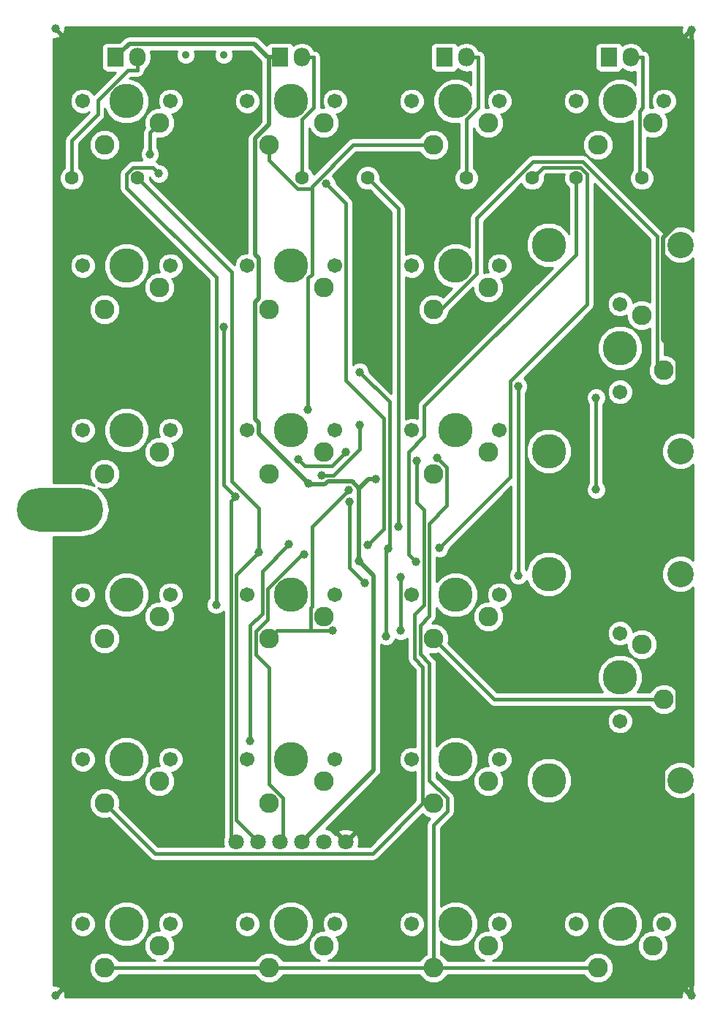
<source format=gtl>
G04 (created by PCBNEW (2013-02-13 BZR 3947)-testing) date 9/17/2013 2:51:23 PM*
%MOIN*%
G04 Gerber Fmt 3.4, Leading zero omitted, Abs format*
%FSLAX34Y34*%
G01*
G70*
G90*
G04 APERTURE LIST*
%ADD10C,0*%
%ADD11O,0.3937X0.1969*%
%ADD12C,0.0354331*%
%ADD13C,0.0708661*%
%ADD14C,0.0629921*%
%ADD15C,0.09*%
%ADD16C,0.157*%
%ADD17C,0.067*%
%ADD18O,0.075X0.085*%
%ADD19R,0.075X0.085*%
%ADD20C,0.0393701*%
%ADD21C,0.12*%
%ADD22C,0.016*%
%ADD23C,0.02*%
%ADD24C,0.01*%
G04 APERTURE END LIST*
G54D10*
G54D11*
X574Y-22244D03*
G54D12*
X6299Y-1523D03*
X8031Y-1523D03*
G54D13*
X12601Y-37370D03*
X10601Y-37370D03*
X8601Y-37370D03*
X11601Y-37370D03*
X9601Y-37370D03*
X13601Y-37370D03*
G54D14*
X1101Y-7121D03*
X4101Y-7121D03*
G54D15*
X17601Y-43120D03*
X20101Y-42120D03*
G54D16*
X18601Y-41120D03*
G54D17*
X20601Y-41120D03*
X16601Y-41120D03*
G54D15*
X17601Y-28120D03*
X20101Y-27120D03*
G54D16*
X18601Y-26120D03*
G54D17*
X20601Y-26120D03*
X16601Y-26120D03*
G54D15*
X17601Y-13121D03*
X20101Y-12121D03*
G54D16*
X18601Y-11121D03*
G54D17*
X20601Y-11121D03*
X16601Y-11121D03*
G54D15*
X25101Y-5622D03*
X27601Y-4622D03*
G54D16*
X26101Y-3622D03*
G54D17*
X28101Y-3622D03*
X24101Y-3622D03*
G54D15*
X17601Y-5622D03*
X20101Y-4622D03*
G54D16*
X18601Y-3622D03*
G54D17*
X20601Y-3622D03*
X16601Y-3622D03*
G54D15*
X17601Y-20620D03*
X20101Y-19620D03*
G54D16*
X18601Y-18620D03*
G54D17*
X20601Y-18620D03*
X16601Y-18620D03*
G54D15*
X25101Y-43120D03*
X27601Y-42120D03*
G54D16*
X26101Y-41120D03*
G54D17*
X28101Y-41120D03*
X24101Y-41120D03*
G54D18*
X26601Y-1621D03*
G54D19*
X25601Y-1621D03*
G54D18*
X4101Y-1621D03*
G54D19*
X3101Y-1621D03*
G54D20*
X351Y-44370D03*
X29351Y-371D03*
X29351Y-44370D03*
X351Y-322D03*
G54D15*
X2601Y-5621D03*
X5101Y-4621D03*
G54D16*
X3601Y-3621D03*
G54D17*
X5601Y-3621D03*
X1601Y-3621D03*
G54D15*
X2601Y-28120D03*
X5101Y-27120D03*
G54D16*
X3601Y-26120D03*
G54D17*
X5601Y-26120D03*
X1601Y-26120D03*
G54D15*
X10101Y-28120D03*
X12601Y-27120D03*
G54D16*
X11101Y-26120D03*
G54D17*
X13101Y-26120D03*
X9101Y-26120D03*
G54D15*
X10101Y-35620D03*
X12601Y-34620D03*
G54D16*
X11101Y-33620D03*
G54D17*
X13101Y-33620D03*
X9101Y-33620D03*
G54D15*
X17601Y-35620D03*
X20101Y-34620D03*
G54D16*
X18601Y-33620D03*
G54D17*
X20601Y-33620D03*
X16601Y-33620D03*
G54D15*
X2601Y-35620D03*
X5101Y-34620D03*
G54D16*
X3601Y-33620D03*
G54D17*
X5601Y-33620D03*
X1601Y-33620D03*
G54D15*
X10101Y-20620D03*
X12601Y-19620D03*
G54D16*
X11101Y-18620D03*
G54D17*
X13101Y-18620D03*
X9101Y-18620D03*
G54D15*
X2601Y-20620D03*
X5101Y-19620D03*
G54D16*
X3601Y-18620D03*
G54D17*
X5601Y-18620D03*
X1601Y-18620D03*
G54D15*
X10101Y-13121D03*
X12601Y-12121D03*
G54D16*
X11101Y-11121D03*
G54D17*
X13101Y-11121D03*
X9101Y-11121D03*
G54D15*
X10101Y-43120D03*
X12601Y-42120D03*
G54D16*
X11101Y-41120D03*
G54D17*
X13101Y-41120D03*
X9101Y-41120D03*
G54D15*
X2601Y-43120D03*
X5101Y-42120D03*
G54D16*
X3601Y-41120D03*
G54D17*
X5601Y-41120D03*
X1601Y-41120D03*
G54D15*
X2601Y-13121D03*
X5101Y-12121D03*
G54D16*
X3601Y-11121D03*
G54D17*
X5601Y-11121D03*
X1601Y-11121D03*
G54D15*
X10101Y-5621D03*
X12601Y-4621D03*
G54D16*
X11101Y-3621D03*
G54D17*
X13101Y-3621D03*
X9101Y-3621D03*
G54D15*
X28101Y-15870D03*
X27101Y-13370D03*
G54D16*
X26101Y-14870D03*
G54D17*
X26101Y-12870D03*
X26101Y-16870D03*
G54D21*
X28851Y-10170D03*
X28851Y-19570D03*
G54D16*
X22851Y-10170D03*
X22851Y-19570D03*
G54D15*
X28101Y-30870D03*
X27101Y-28370D03*
G54D16*
X26101Y-29870D03*
G54D17*
X26101Y-27870D03*
X26101Y-31870D03*
G54D21*
X28851Y-25170D03*
X28851Y-34570D03*
G54D16*
X22851Y-25170D03*
X22851Y-34570D03*
G54D14*
X24101Y-7121D03*
X27101Y-7121D03*
X14601Y-7121D03*
X11601Y-7121D03*
X22101Y-7121D03*
X19101Y-7121D03*
G54D18*
X11601Y-1621D03*
G54D19*
X10601Y-1621D03*
G54D18*
X19101Y-1621D03*
G54D19*
X18101Y-1621D03*
G54D20*
X16006Y-22997D03*
X17869Y-23986D03*
X16809Y-24628D03*
X9247Y-32783D03*
X10996Y-23822D03*
X16105Y-27758D03*
X16105Y-25320D03*
X15524Y-24023D03*
X14229Y-15969D03*
X15436Y-27995D03*
X21465Y-25242D03*
X21465Y-16609D03*
X9630Y-24172D03*
X11878Y-17673D03*
X13588Y-19605D03*
X11421Y-19934D03*
X13012Y-27740D03*
X13740Y-21336D03*
X16823Y-20007D03*
X17775Y-19888D03*
X11686Y-24264D03*
X8574Y-21643D03*
X8044Y-13897D03*
X27178Y-18974D03*
X25005Y-21322D03*
X25005Y-17130D03*
X14237Y-18375D03*
X12502Y-20689D03*
X14479Y-25582D03*
X13764Y-21883D03*
X5081Y-6919D03*
X7687Y-26580D03*
X4664Y-6040D03*
X12702Y-7367D03*
X14600Y-23845D03*
X11889Y-21040D03*
X14213Y-24586D03*
X14968Y-20842D03*
G54D22*
X16006Y-8525D02*
X16006Y-22997D01*
X14601Y-7121D02*
X16006Y-8525D01*
X21096Y-20758D02*
X17869Y-23986D01*
X21096Y-16390D02*
X21096Y-20758D01*
X24606Y-12881D02*
X21096Y-16390D01*
X24606Y-6929D02*
X24606Y-12881D01*
X24306Y-6629D02*
X24606Y-6929D01*
X22592Y-6629D02*
X24306Y-6629D01*
X22101Y-7121D02*
X22592Y-6629D01*
X16462Y-24280D02*
X16809Y-24628D01*
X16462Y-19607D02*
X16462Y-24280D01*
X17180Y-18889D02*
X16462Y-19607D01*
X17180Y-17528D02*
X17180Y-18889D01*
X24101Y-10606D02*
X17180Y-17528D01*
X24101Y-7121D02*
X24101Y-10606D01*
X9247Y-27520D02*
X9247Y-32783D01*
X9783Y-26984D02*
X9247Y-27520D01*
X9783Y-25036D02*
X9783Y-26984D01*
X10996Y-23822D02*
X9783Y-25036D01*
X16105Y-25320D02*
X16105Y-27758D01*
X15584Y-23963D02*
X15524Y-24023D01*
X15584Y-17325D02*
X15584Y-23963D01*
X14229Y-15969D02*
X15584Y-17325D01*
X15436Y-24112D02*
X15436Y-27995D01*
X15524Y-24023D02*
X15436Y-24112D01*
X21465Y-16609D02*
X21465Y-25242D01*
X8601Y-36370D02*
X9601Y-37370D01*
X8601Y-25201D02*
X8601Y-36370D01*
X9630Y-24172D02*
X8601Y-25201D01*
X8401Y-11421D02*
X4101Y-7121D01*
X8401Y-20935D02*
X8401Y-11421D01*
X9630Y-22163D02*
X8401Y-20935D01*
X9630Y-24172D02*
X9630Y-22163D01*
X11878Y-11681D02*
X11878Y-17673D01*
X12049Y-11509D02*
X11878Y-11681D01*
X12049Y-7599D02*
X12049Y-11509D01*
X11400Y-7599D02*
X12049Y-7599D01*
X10101Y-6300D02*
X11400Y-7599D01*
X10101Y-5621D02*
X10101Y-6300D01*
X12049Y-7500D02*
X12049Y-7599D01*
X13928Y-5622D02*
X12049Y-7500D01*
X17601Y-5622D02*
X13928Y-5622D01*
X17938Y-13121D02*
X17601Y-13121D01*
X19565Y-11494D02*
X17938Y-13121D01*
X19565Y-8960D02*
X19565Y-11494D01*
X22136Y-6389D02*
X19565Y-8960D01*
X24406Y-6389D02*
X22136Y-6389D01*
X27793Y-9777D02*
X24406Y-6389D01*
X27793Y-15563D02*
X27793Y-9777D01*
X28101Y-15870D02*
X27793Y-15563D01*
X12962Y-20231D02*
X13588Y-19605D01*
X11718Y-20231D02*
X12962Y-20231D01*
X11421Y-19934D02*
X11718Y-20231D01*
X20351Y-30870D02*
X17601Y-28120D01*
X28101Y-30870D02*
X20351Y-30870D01*
X13012Y-27740D02*
X11986Y-27740D01*
X10481Y-27740D02*
X10101Y-28120D01*
X11986Y-27740D02*
X10481Y-27740D01*
X12060Y-23015D02*
X13740Y-21336D01*
X12060Y-26648D02*
X12060Y-23015D01*
X11986Y-26722D02*
X12060Y-26648D01*
X11986Y-27740D02*
X11986Y-26722D01*
X17102Y-35620D02*
X17601Y-35620D01*
X14819Y-37904D02*
X17102Y-35620D01*
X4884Y-37904D02*
X14819Y-37904D01*
X2601Y-35620D02*
X4884Y-37904D01*
X17102Y-29397D02*
X17102Y-35620D01*
X16730Y-29025D02*
X17102Y-29397D01*
X16730Y-27009D02*
X16730Y-29025D01*
X17167Y-26571D02*
X16730Y-27009D01*
X17167Y-22255D02*
X17167Y-26571D01*
X16823Y-21911D02*
X17167Y-22255D01*
X16823Y-20007D02*
X16823Y-21911D01*
X17601Y-43120D02*
X25101Y-43120D01*
X2601Y-43120D02*
X10101Y-43120D01*
X10101Y-43120D02*
X17601Y-43120D01*
X18211Y-20324D02*
X17775Y-19888D01*
X18211Y-22060D02*
X18211Y-20324D01*
X17408Y-22864D02*
X18211Y-22060D01*
X17408Y-27080D02*
X17408Y-22864D01*
X16990Y-27498D02*
X17408Y-27080D01*
X16990Y-28825D02*
X16990Y-27498D01*
X17414Y-29250D02*
X16990Y-28825D01*
X17414Y-34571D02*
X17414Y-29250D01*
X18230Y-35386D02*
X17414Y-34571D01*
X18230Y-35972D02*
X18230Y-35386D01*
X17601Y-36600D02*
X18230Y-35972D01*
X17601Y-43120D02*
X17601Y-36600D01*
X11595Y-24264D02*
X11686Y-24264D01*
X10023Y-25837D02*
X11595Y-24264D01*
X10023Y-27253D02*
X10023Y-25837D01*
X9487Y-27789D02*
X10023Y-27253D01*
X9487Y-28851D02*
X9487Y-27789D01*
X10085Y-29449D02*
X9487Y-28851D01*
X10085Y-34738D02*
X10085Y-29449D01*
X10739Y-35393D02*
X10085Y-34738D01*
X10739Y-37232D02*
X10739Y-35393D01*
X10601Y-37370D02*
X10739Y-37232D01*
X8361Y-21856D02*
X8574Y-21643D01*
X8361Y-37130D02*
X8361Y-21856D01*
X8601Y-37370D02*
X8361Y-37130D01*
X8044Y-21113D02*
X8044Y-13897D01*
X8574Y-21643D02*
X8044Y-21113D01*
G54D23*
X28732Y-17421D02*
X27178Y-18974D01*
X28732Y-15148D02*
X28732Y-17421D01*
X28054Y-14470D02*
X28732Y-15148D01*
X28054Y-9849D02*
X28054Y-14470D01*
X29351Y-8551D02*
X28054Y-9849D01*
X29351Y-371D02*
X29351Y-8551D01*
X29351Y-41333D02*
X29351Y-44370D01*
X28051Y-40034D02*
X29351Y-41333D01*
X28051Y-33094D02*
X28051Y-40034D01*
X28732Y-32414D02*
X28051Y-33094D01*
X28732Y-27095D02*
X28732Y-32414D01*
X27178Y-25542D02*
X28732Y-27095D01*
X27178Y-18974D02*
X27178Y-25542D01*
G54D22*
X12521Y-20670D02*
X12502Y-20689D01*
X13035Y-20670D02*
X12521Y-20670D01*
X14237Y-19468D02*
X13035Y-20670D01*
X14237Y-18375D02*
X14237Y-19468D01*
X25005Y-17130D02*
X25005Y-21322D01*
X26990Y-7009D02*
X27101Y-7121D01*
X26990Y-4070D02*
X26990Y-7009D01*
X27136Y-3923D02*
X26990Y-4070D01*
X27136Y-1621D02*
X27136Y-3923D01*
X26601Y-1621D02*
X27136Y-1621D01*
X13764Y-24867D02*
X13764Y-21883D01*
X14479Y-25582D02*
X13764Y-24867D01*
X11601Y-4457D02*
X11601Y-7121D01*
X12136Y-3922D02*
X11601Y-4457D01*
X12136Y-1621D02*
X12136Y-3922D01*
X11601Y-1621D02*
X12136Y-1621D01*
X19101Y-4458D02*
X19101Y-7121D01*
X19636Y-3923D02*
X19101Y-4458D01*
X19636Y-1621D02*
X19636Y-3923D01*
X19101Y-1621D02*
X19636Y-1621D01*
X7687Y-11657D02*
X7687Y-26580D01*
X3593Y-7562D02*
X7687Y-11657D01*
X3593Y-6937D02*
X3593Y-7562D01*
X3897Y-6633D02*
X3593Y-6937D01*
X4796Y-6633D02*
X3897Y-6633D01*
X5081Y-6919D02*
X4796Y-6633D01*
X4664Y-5057D02*
X4664Y-6040D01*
X5101Y-4621D02*
X4664Y-5057D01*
X1101Y-5400D02*
X1101Y-7121D01*
X2283Y-4218D02*
X1101Y-5400D01*
X2283Y-3582D02*
X2283Y-4218D01*
X3659Y-2206D02*
X2283Y-3582D01*
X4101Y-2206D02*
X3659Y-2206D01*
X4101Y-1621D02*
X4101Y-2206D01*
X13603Y-8267D02*
X12702Y-7367D01*
X13603Y-16337D02*
X13603Y-8267D01*
X15342Y-18076D02*
X13603Y-16337D01*
X15342Y-23104D02*
X15342Y-18076D01*
X14600Y-23845D02*
X15342Y-23104D01*
G54D23*
X3726Y-995D02*
X3101Y-1621D01*
X9421Y-995D02*
X3726Y-995D01*
X10046Y-1621D02*
X9421Y-995D01*
X10601Y-1621D02*
X10161Y-1621D01*
X10161Y-1621D02*
X10136Y-1621D01*
X10136Y-1621D02*
X10091Y-1621D01*
X10091Y-1621D02*
X10046Y-1621D01*
X9628Y-18779D02*
X11889Y-21040D01*
X9628Y-18285D02*
X9628Y-18779D01*
X9462Y-18119D02*
X9628Y-18285D01*
X9462Y-12780D02*
X9462Y-18119D01*
X9628Y-12613D02*
X9462Y-12780D01*
X9628Y-10785D02*
X9628Y-12613D01*
X9464Y-10621D02*
X9628Y-10785D01*
X9464Y-5321D02*
X9464Y-10621D01*
X10091Y-4694D02*
X9464Y-5321D01*
X10091Y-1621D02*
X10091Y-4694D01*
X14863Y-25237D02*
X14213Y-24586D01*
X14863Y-34108D02*
X14863Y-25237D01*
X11601Y-37370D02*
X14863Y-34108D01*
X13882Y-20943D02*
X14213Y-21273D01*
X12790Y-20943D02*
X13882Y-20943D01*
X12647Y-21086D02*
X12790Y-20943D01*
X11935Y-21086D02*
X12647Y-21086D01*
X11889Y-21040D02*
X11935Y-21086D01*
X14643Y-20842D02*
X14968Y-20842D01*
X14213Y-21273D02*
X14643Y-20842D01*
X14213Y-21273D02*
X14213Y-24586D01*
G54D10*
G36*
X16772Y-35484D02*
X14682Y-37574D01*
X14170Y-37574D01*
X14210Y-37465D01*
X14200Y-37225D01*
X14127Y-37050D01*
X14026Y-37016D01*
X13956Y-37087D01*
X13956Y-36945D01*
X13922Y-36844D01*
X13696Y-36762D01*
X13456Y-36772D01*
X13281Y-36844D01*
X13247Y-36945D01*
X13601Y-37300D01*
X13956Y-36945D01*
X13956Y-37087D01*
X13672Y-37370D01*
X13677Y-37376D01*
X13607Y-37447D01*
X13601Y-37441D01*
X13596Y-37447D01*
X13525Y-37376D01*
X13530Y-37370D01*
X13176Y-37016D01*
X13117Y-37036D01*
X13114Y-37028D01*
X12944Y-36858D01*
X12722Y-36766D01*
X12700Y-36766D01*
X15111Y-34356D01*
X15111Y-34356D01*
X15111Y-34356D01*
X15187Y-34242D01*
X15213Y-34108D01*
X15213Y-34108D01*
X15213Y-28387D01*
X15346Y-28442D01*
X15524Y-28442D01*
X15688Y-28374D01*
X15814Y-28249D01*
X15859Y-28140D01*
X16015Y-28205D01*
X16193Y-28205D01*
X16357Y-28137D01*
X16400Y-28095D01*
X16400Y-29025D01*
X16425Y-29151D01*
X16496Y-29258D01*
X16772Y-29534D01*
X16772Y-33058D01*
X16718Y-33035D01*
X16485Y-33035D01*
X16270Y-33124D01*
X16105Y-33289D01*
X16016Y-33503D01*
X16016Y-33736D01*
X16105Y-33951D01*
X16269Y-34116D01*
X16484Y-34205D01*
X16717Y-34205D01*
X16772Y-34183D01*
X16772Y-35484D01*
X16772Y-35484D01*
G37*
G54D24*
X16772Y-35484D02*
X14682Y-37574D01*
X14170Y-37574D01*
X14210Y-37465D01*
X14200Y-37225D01*
X14127Y-37050D01*
X14026Y-37016D01*
X13956Y-37087D01*
X13956Y-36945D01*
X13922Y-36844D01*
X13696Y-36762D01*
X13456Y-36772D01*
X13281Y-36844D01*
X13247Y-36945D01*
X13601Y-37300D01*
X13956Y-36945D01*
X13956Y-37087D01*
X13672Y-37370D01*
X13677Y-37376D01*
X13607Y-37447D01*
X13601Y-37441D01*
X13596Y-37447D01*
X13525Y-37376D01*
X13530Y-37370D01*
X13176Y-37016D01*
X13117Y-37036D01*
X13114Y-37028D01*
X12944Y-36858D01*
X12722Y-36766D01*
X12700Y-36766D01*
X15111Y-34356D01*
X15111Y-34356D01*
X15111Y-34356D01*
X15187Y-34242D01*
X15213Y-34108D01*
X15213Y-34108D01*
X15213Y-28387D01*
X15346Y-28442D01*
X15524Y-28442D01*
X15688Y-28374D01*
X15814Y-28249D01*
X15859Y-28140D01*
X16015Y-28205D01*
X16193Y-28205D01*
X16357Y-28137D01*
X16400Y-28095D01*
X16400Y-29025D01*
X16425Y-29151D01*
X16496Y-29258D01*
X16772Y-29534D01*
X16772Y-33058D01*
X16718Y-33035D01*
X16485Y-33035D01*
X16270Y-33124D01*
X16105Y-33289D01*
X16016Y-33503D01*
X16016Y-33736D01*
X16105Y-33951D01*
X16269Y-34116D01*
X16484Y-34205D01*
X16717Y-34205D01*
X16772Y-34183D01*
X16772Y-35484D01*
G54D10*
G36*
X29431Y-43926D02*
X29408Y-43918D01*
X29230Y-43931D01*
X29125Y-43975D01*
X29110Y-44059D01*
X29351Y-44300D01*
X29356Y-44294D01*
X29427Y-44365D01*
X29421Y-44370D01*
X29427Y-44376D01*
X29356Y-44447D01*
X29351Y-44441D01*
X29345Y-44447D01*
X29274Y-44376D01*
X29280Y-44370D01*
X29040Y-44130D01*
X28955Y-44145D01*
X28899Y-44313D01*
X28908Y-44451D01*
X28686Y-44451D01*
X28686Y-41005D01*
X28597Y-40789D01*
X28433Y-40625D01*
X28218Y-40535D01*
X27985Y-40535D01*
X27770Y-40624D01*
X27605Y-40789D01*
X27516Y-41003D01*
X27516Y-41236D01*
X27592Y-41420D01*
X27462Y-41420D01*
X27205Y-41527D01*
X27136Y-41595D01*
X27136Y-40915D01*
X26979Y-40535D01*
X26688Y-40243D01*
X26686Y-40243D01*
X26686Y-31755D01*
X26597Y-31539D01*
X26433Y-31375D01*
X26218Y-31285D01*
X25985Y-31285D01*
X25770Y-31374D01*
X25605Y-31539D01*
X25516Y-31753D01*
X25516Y-31986D01*
X25605Y-32201D01*
X25769Y-32366D01*
X25984Y-32455D01*
X26217Y-32455D01*
X26432Y-32367D01*
X26597Y-32202D01*
X26686Y-31987D01*
X26686Y-31755D01*
X26686Y-40243D01*
X26308Y-40086D01*
X25896Y-40085D01*
X25516Y-40242D01*
X25224Y-40533D01*
X25066Y-40914D01*
X25066Y-41325D01*
X25223Y-41706D01*
X25514Y-41997D01*
X25894Y-42155D01*
X26306Y-42156D01*
X26687Y-41998D01*
X26978Y-41707D01*
X27136Y-41327D01*
X27136Y-40915D01*
X27136Y-41595D01*
X27008Y-41723D01*
X26901Y-41981D01*
X26901Y-42259D01*
X27007Y-42516D01*
X27204Y-42713D01*
X27461Y-42820D01*
X27740Y-42820D01*
X27997Y-42714D01*
X28194Y-42517D01*
X28301Y-42260D01*
X28301Y-41982D01*
X28195Y-41724D01*
X28176Y-41705D01*
X28217Y-41705D01*
X28432Y-41617D01*
X28597Y-41452D01*
X28686Y-41237D01*
X28686Y-41005D01*
X28686Y-44451D01*
X795Y-44451D01*
X803Y-44427D01*
X790Y-44250D01*
X747Y-44145D01*
X662Y-44130D01*
X422Y-44370D01*
X427Y-44376D01*
X356Y-44447D01*
X351Y-44441D01*
X345Y-44447D01*
X275Y-44376D01*
X280Y-44370D01*
X275Y-44365D01*
X345Y-44294D01*
X351Y-44300D01*
X591Y-44059D01*
X577Y-43975D01*
X408Y-43918D01*
X270Y-43928D01*
X270Y-23478D01*
X1601Y-23478D01*
X2074Y-23385D01*
X2474Y-23117D01*
X2742Y-22716D01*
X2836Y-22244D01*
X2742Y-21772D01*
X2474Y-21371D01*
X2295Y-21251D01*
X2461Y-21320D01*
X2740Y-21320D01*
X2997Y-21214D01*
X3194Y-21017D01*
X3301Y-20760D01*
X3301Y-20482D01*
X3195Y-20224D01*
X2998Y-20027D01*
X2741Y-19920D01*
X2462Y-19920D01*
X2205Y-20027D01*
X2186Y-20045D01*
X2186Y-18505D01*
X2097Y-18289D01*
X1933Y-18125D01*
X1718Y-18035D01*
X1485Y-18035D01*
X1270Y-18124D01*
X1105Y-18289D01*
X1016Y-18503D01*
X1016Y-18736D01*
X1105Y-18951D01*
X1269Y-19116D01*
X1484Y-19205D01*
X1717Y-19205D01*
X1932Y-19117D01*
X2097Y-18952D01*
X2186Y-18737D01*
X2186Y-18505D01*
X2186Y-20045D01*
X2008Y-20223D01*
X1901Y-20481D01*
X1901Y-20759D01*
X2007Y-21016D01*
X2135Y-21144D01*
X2074Y-21103D01*
X1601Y-21009D01*
X270Y-21009D01*
X270Y-766D01*
X294Y-774D01*
X471Y-761D01*
X577Y-717D01*
X591Y-633D01*
X351Y-392D01*
X345Y-398D01*
X275Y-327D01*
X280Y-322D01*
X275Y-316D01*
X345Y-245D01*
X351Y-251D01*
X356Y-245D01*
X427Y-316D01*
X422Y-322D01*
X662Y-562D01*
X747Y-547D01*
X803Y-379D01*
X793Y-240D01*
X28923Y-240D01*
X28899Y-313D01*
X28911Y-491D01*
X28955Y-596D01*
X29040Y-611D01*
X29280Y-371D01*
X29274Y-365D01*
X29345Y-294D01*
X29351Y-300D01*
X29356Y-294D01*
X29427Y-365D01*
X29421Y-371D01*
X29427Y-376D01*
X29356Y-447D01*
X29351Y-441D01*
X29110Y-682D01*
X29125Y-766D01*
X29294Y-823D01*
X29431Y-813D01*
X29431Y-9549D01*
X29333Y-9450D01*
X29021Y-9321D01*
X28686Y-9320D01*
X28686Y-3506D01*
X28597Y-3291D01*
X28433Y-3126D01*
X28218Y-3037D01*
X27985Y-3036D01*
X27770Y-3125D01*
X27605Y-3290D01*
X27516Y-3505D01*
X27516Y-3737D01*
X27592Y-3922D01*
X27466Y-3921D01*
X27466Y-1621D01*
X27441Y-1494D01*
X27370Y-1387D01*
X27262Y-1316D01*
X27164Y-1296D01*
X27043Y-1115D01*
X26840Y-980D01*
X26601Y-932D01*
X26362Y-980D01*
X26202Y-1087D01*
X26188Y-1054D01*
X26118Y-984D01*
X26026Y-946D01*
X25927Y-946D01*
X25177Y-946D01*
X25085Y-983D01*
X25014Y-1054D01*
X24976Y-1146D01*
X24976Y-1245D01*
X24976Y-2095D01*
X25014Y-2187D01*
X25084Y-2257D01*
X25176Y-2296D01*
X25276Y-2296D01*
X26026Y-2296D01*
X26118Y-2258D01*
X26188Y-2187D01*
X26202Y-2154D01*
X26362Y-2261D01*
X26601Y-2309D01*
X26806Y-2268D01*
X26806Y-2863D01*
X26688Y-2745D01*
X26308Y-2587D01*
X25896Y-2586D01*
X25516Y-2744D01*
X25224Y-3035D01*
X25066Y-3415D01*
X25066Y-3827D01*
X25223Y-4207D01*
X25514Y-4498D01*
X25894Y-4656D01*
X26306Y-4657D01*
X26660Y-4511D01*
X26660Y-6763D01*
X26622Y-6800D01*
X26536Y-7008D01*
X26536Y-7232D01*
X26622Y-7440D01*
X26781Y-7599D01*
X26988Y-7685D01*
X27213Y-7686D01*
X27421Y-7600D01*
X27580Y-7441D01*
X27666Y-7233D01*
X27666Y-7009D01*
X27580Y-6801D01*
X27422Y-6642D01*
X27320Y-6600D01*
X27320Y-5263D01*
X27461Y-5321D01*
X27740Y-5322D01*
X27997Y-5215D01*
X28194Y-5019D01*
X28301Y-4761D01*
X28301Y-4483D01*
X28195Y-4226D01*
X28176Y-4207D01*
X28217Y-4207D01*
X28432Y-4118D01*
X28597Y-3953D01*
X28686Y-3738D01*
X28686Y-3506D01*
X28686Y-9320D01*
X28683Y-9320D01*
X28370Y-9449D01*
X28131Y-9688D01*
X28114Y-9729D01*
X28098Y-9651D01*
X28098Y-9651D01*
X28027Y-9544D01*
X28027Y-9544D01*
X25801Y-7318D01*
X25801Y-5483D01*
X25695Y-5226D01*
X25498Y-5028D01*
X25241Y-4922D01*
X24962Y-4921D01*
X24705Y-5028D01*
X24686Y-5047D01*
X24686Y-3506D01*
X24597Y-3291D01*
X24433Y-3126D01*
X24218Y-3037D01*
X23985Y-3036D01*
X23770Y-3125D01*
X23605Y-3290D01*
X23516Y-3505D01*
X23516Y-3737D01*
X23605Y-3952D01*
X23769Y-4117D01*
X23984Y-4206D01*
X24217Y-4207D01*
X24432Y-4118D01*
X24597Y-3953D01*
X24686Y-3738D01*
X24686Y-3506D01*
X24686Y-5047D01*
X24508Y-5225D01*
X24401Y-5482D01*
X24401Y-5760D01*
X24507Y-6018D01*
X24704Y-6215D01*
X24961Y-6321D01*
X25240Y-6322D01*
X25497Y-6215D01*
X25694Y-6019D01*
X25801Y-5761D01*
X25801Y-5483D01*
X25801Y-7318D01*
X24639Y-6156D01*
X24532Y-6084D01*
X24406Y-6059D01*
X22136Y-6059D01*
X22010Y-6084D01*
X21903Y-6156D01*
X21903Y-6156D01*
X21186Y-6872D01*
X21186Y-3506D01*
X21097Y-3291D01*
X20933Y-3126D01*
X20718Y-3037D01*
X20485Y-3036D01*
X20270Y-3125D01*
X20105Y-3290D01*
X20016Y-3505D01*
X20016Y-3737D01*
X20092Y-3922D01*
X19966Y-3921D01*
X19966Y-1621D01*
X19941Y-1494D01*
X19870Y-1387D01*
X19762Y-1316D01*
X19664Y-1296D01*
X19543Y-1115D01*
X19340Y-980D01*
X19101Y-932D01*
X18862Y-980D01*
X18702Y-1087D01*
X18688Y-1054D01*
X18618Y-984D01*
X18526Y-946D01*
X18427Y-946D01*
X17677Y-946D01*
X17585Y-983D01*
X17514Y-1054D01*
X17476Y-1146D01*
X17476Y-1245D01*
X17476Y-2095D01*
X17514Y-2187D01*
X17584Y-2257D01*
X17676Y-2296D01*
X17776Y-2296D01*
X18526Y-2296D01*
X18618Y-2258D01*
X18688Y-2187D01*
X18702Y-2154D01*
X18862Y-2261D01*
X19101Y-2309D01*
X19306Y-2268D01*
X19306Y-2863D01*
X19188Y-2745D01*
X18808Y-2587D01*
X18396Y-2586D01*
X18016Y-2744D01*
X17724Y-3035D01*
X17566Y-3415D01*
X17566Y-3827D01*
X17723Y-4207D01*
X18014Y-4498D01*
X18394Y-4656D01*
X18771Y-4657D01*
X18771Y-6652D01*
X18622Y-6800D01*
X18536Y-7008D01*
X18536Y-7232D01*
X18622Y-7440D01*
X18781Y-7599D01*
X18988Y-7685D01*
X19213Y-7686D01*
X19421Y-7600D01*
X19580Y-7441D01*
X19666Y-7233D01*
X19666Y-7009D01*
X19580Y-6801D01*
X19431Y-6651D01*
X19431Y-4833D01*
X19507Y-5018D01*
X19704Y-5215D01*
X19961Y-5321D01*
X20240Y-5322D01*
X20497Y-5215D01*
X20694Y-5019D01*
X20801Y-4761D01*
X20801Y-4483D01*
X20695Y-4226D01*
X20676Y-4207D01*
X20717Y-4207D01*
X20932Y-4118D01*
X21097Y-3953D01*
X21186Y-3738D01*
X21186Y-3506D01*
X21186Y-6872D01*
X19331Y-8727D01*
X19260Y-8834D01*
X19235Y-8960D01*
X19235Y-10290D01*
X19188Y-10244D01*
X18808Y-10086D01*
X18396Y-10085D01*
X18016Y-10243D01*
X17724Y-10534D01*
X17566Y-10914D01*
X17566Y-11326D01*
X17723Y-11706D01*
X18014Y-11997D01*
X18394Y-12155D01*
X18436Y-12155D01*
X18031Y-12561D01*
X17998Y-12527D01*
X17741Y-12421D01*
X17462Y-12420D01*
X17205Y-12527D01*
X17008Y-12724D01*
X16901Y-12981D01*
X16901Y-13259D01*
X17007Y-13517D01*
X17204Y-13714D01*
X17461Y-13820D01*
X17740Y-13821D01*
X17997Y-13714D01*
X18194Y-13518D01*
X18301Y-13260D01*
X18301Y-13224D01*
X19401Y-12124D01*
X19401Y-12259D01*
X19507Y-12517D01*
X19704Y-12714D01*
X19961Y-12820D01*
X20240Y-12821D01*
X20497Y-12714D01*
X20694Y-12518D01*
X20801Y-12260D01*
X20801Y-11982D01*
X20695Y-11725D01*
X20676Y-11706D01*
X20717Y-11706D01*
X20932Y-11617D01*
X21097Y-11452D01*
X21186Y-11237D01*
X21186Y-11005D01*
X21097Y-10790D01*
X20933Y-10625D01*
X20718Y-10536D01*
X20485Y-10535D01*
X20270Y-10624D01*
X20105Y-10789D01*
X20016Y-11004D01*
X20016Y-11236D01*
X20092Y-11421D01*
X19962Y-11420D01*
X19895Y-11448D01*
X19895Y-9097D01*
X21601Y-7391D01*
X21622Y-7440D01*
X21781Y-7599D01*
X21988Y-7685D01*
X22213Y-7686D01*
X22421Y-7600D01*
X22580Y-7441D01*
X22666Y-7233D01*
X22666Y-7022D01*
X22729Y-6959D01*
X23556Y-6959D01*
X23536Y-7008D01*
X23536Y-7232D01*
X23622Y-7440D01*
X23771Y-7590D01*
X23771Y-9687D01*
X23729Y-9585D01*
X23438Y-9293D01*
X23058Y-9136D01*
X22646Y-9135D01*
X22266Y-9292D01*
X21974Y-9583D01*
X21816Y-9964D01*
X21816Y-10375D01*
X21973Y-10756D01*
X22264Y-11047D01*
X22644Y-11205D01*
X23035Y-11206D01*
X16946Y-17294D01*
X16875Y-17401D01*
X16850Y-17528D01*
X16850Y-18090D01*
X16718Y-18035D01*
X16485Y-18035D01*
X16336Y-18097D01*
X16336Y-11644D01*
X16484Y-11705D01*
X16717Y-11706D01*
X16932Y-11617D01*
X17097Y-11452D01*
X17186Y-11237D01*
X17186Y-11005D01*
X17097Y-10790D01*
X16933Y-10625D01*
X16718Y-10536D01*
X16485Y-10535D01*
X16336Y-10597D01*
X16336Y-8525D01*
X16311Y-8399D01*
X16311Y-8399D01*
X16239Y-8292D01*
X16239Y-8292D01*
X15166Y-7219D01*
X15166Y-7009D01*
X15080Y-6801D01*
X14921Y-6642D01*
X14714Y-6556D01*
X14489Y-6556D01*
X14281Y-6641D01*
X14122Y-6800D01*
X14036Y-7008D01*
X14036Y-7232D01*
X14122Y-7440D01*
X14280Y-7599D01*
X14488Y-7685D01*
X14699Y-7686D01*
X15676Y-8662D01*
X15676Y-16950D01*
X14676Y-15950D01*
X14676Y-15881D01*
X14608Y-15717D01*
X14482Y-15591D01*
X14318Y-15523D01*
X14140Y-15522D01*
X13976Y-15590D01*
X13933Y-15633D01*
X13933Y-8267D01*
X13933Y-8267D01*
X13933Y-8267D01*
X13928Y-8242D01*
X13908Y-8141D01*
X13908Y-8141D01*
X13836Y-8034D01*
X13836Y-8034D01*
X13149Y-7347D01*
X13149Y-7278D01*
X13081Y-7114D01*
X12992Y-7024D01*
X14065Y-5952D01*
X16980Y-5952D01*
X17007Y-6018D01*
X17204Y-6215D01*
X17461Y-6321D01*
X17740Y-6322D01*
X17997Y-6215D01*
X18194Y-6019D01*
X18301Y-5761D01*
X18301Y-5483D01*
X18195Y-5226D01*
X17998Y-5028D01*
X17741Y-4922D01*
X17462Y-4921D01*
X17205Y-5028D01*
X17186Y-5047D01*
X17186Y-3506D01*
X17097Y-3291D01*
X16933Y-3126D01*
X16718Y-3037D01*
X16485Y-3036D01*
X16270Y-3125D01*
X16105Y-3290D01*
X16016Y-3505D01*
X16016Y-3737D01*
X16105Y-3952D01*
X16269Y-4117D01*
X16484Y-4206D01*
X16717Y-4207D01*
X16932Y-4118D01*
X17097Y-3953D01*
X17186Y-3738D01*
X17186Y-3506D01*
X17186Y-5047D01*
X17008Y-5225D01*
X16980Y-5292D01*
X13928Y-5292D01*
X13802Y-5317D01*
X13695Y-5388D01*
X12139Y-6944D01*
X12080Y-6801D01*
X11931Y-6651D01*
X11931Y-4832D01*
X12007Y-5017D01*
X12204Y-5214D01*
X12461Y-5320D01*
X12740Y-5321D01*
X12997Y-5214D01*
X13194Y-5018D01*
X13301Y-4760D01*
X13301Y-4482D01*
X13195Y-4225D01*
X13176Y-4206D01*
X13217Y-4206D01*
X13432Y-4117D01*
X13597Y-3952D01*
X13686Y-3737D01*
X13686Y-3505D01*
X13597Y-3290D01*
X13433Y-3125D01*
X13218Y-3036D01*
X12985Y-3035D01*
X12770Y-3124D01*
X12605Y-3289D01*
X12516Y-3504D01*
X12516Y-3736D01*
X12592Y-3921D01*
X12466Y-3920D01*
X12466Y-1621D01*
X12441Y-1494D01*
X12369Y-1387D01*
X12262Y-1316D01*
X12164Y-1296D01*
X12043Y-1115D01*
X11840Y-980D01*
X11601Y-932D01*
X11362Y-980D01*
X11202Y-1087D01*
X11188Y-1054D01*
X11118Y-984D01*
X11026Y-946D01*
X10926Y-946D01*
X10176Y-946D01*
X10084Y-983D01*
X10014Y-1054D01*
X10002Y-1082D01*
X9668Y-748D01*
X9555Y-672D01*
X9421Y-645D01*
X3726Y-645D01*
X3726Y-645D01*
X3592Y-672D01*
X3479Y-748D01*
X3479Y-748D01*
X3281Y-946D01*
X2676Y-946D01*
X2584Y-983D01*
X2514Y-1054D01*
X2476Y-1146D01*
X2476Y-1245D01*
X2476Y-2095D01*
X2514Y-2187D01*
X2584Y-2257D01*
X2676Y-2296D01*
X2775Y-2296D01*
X3102Y-2296D01*
X2100Y-3297D01*
X2097Y-3290D01*
X1933Y-3125D01*
X1718Y-3036D01*
X1485Y-3035D01*
X1270Y-3124D01*
X1105Y-3289D01*
X1016Y-3504D01*
X1016Y-3736D01*
X1105Y-3952D01*
X1269Y-4116D01*
X1484Y-4205D01*
X1717Y-4206D01*
X1906Y-4127D01*
X868Y-5166D01*
X796Y-5273D01*
X771Y-5400D01*
X771Y-6652D01*
X622Y-6800D01*
X536Y-7008D01*
X536Y-7232D01*
X622Y-7440D01*
X780Y-7599D01*
X988Y-7685D01*
X1213Y-7686D01*
X1420Y-7600D01*
X1580Y-7441D01*
X1666Y-7233D01*
X1666Y-7009D01*
X1580Y-6801D01*
X1431Y-6651D01*
X1431Y-5536D01*
X2516Y-4451D01*
X2588Y-4344D01*
X2588Y-4344D01*
X2613Y-4218D01*
X2613Y-3939D01*
X2723Y-4206D01*
X3014Y-4497D01*
X3394Y-4655D01*
X3806Y-4656D01*
X4186Y-4499D01*
X4478Y-4208D01*
X4636Y-3827D01*
X4636Y-3416D01*
X4479Y-3035D01*
X4188Y-2744D01*
X3808Y-2586D01*
X3745Y-2586D01*
X3795Y-2536D01*
X4101Y-2536D01*
X4227Y-2511D01*
X4334Y-2439D01*
X4406Y-2332D01*
X4431Y-2206D01*
X4431Y-2201D01*
X4543Y-2126D01*
X4678Y-1923D01*
X4726Y-1684D01*
X4726Y-1557D01*
X4684Y-1345D01*
X5910Y-1345D01*
X5872Y-1438D01*
X5871Y-1608D01*
X5936Y-1765D01*
X6056Y-1885D01*
X6213Y-1950D01*
X6383Y-1950D01*
X6540Y-1885D01*
X6661Y-1765D01*
X6726Y-1608D01*
X6726Y-1439D01*
X6687Y-1345D01*
X7642Y-1345D01*
X7604Y-1438D01*
X7604Y-1608D01*
X7669Y-1765D01*
X7789Y-1885D01*
X7946Y-1950D01*
X8116Y-1950D01*
X8273Y-1885D01*
X8393Y-1765D01*
X8458Y-1608D01*
X8458Y-1439D01*
X8420Y-1345D01*
X9276Y-1345D01*
X9741Y-1811D01*
X9741Y-4549D01*
X9686Y-4604D01*
X9686Y-3505D01*
X9597Y-3290D01*
X9433Y-3125D01*
X9218Y-3036D01*
X8985Y-3035D01*
X8770Y-3124D01*
X8605Y-3289D01*
X8516Y-3504D01*
X8516Y-3736D01*
X8605Y-3952D01*
X8769Y-4116D01*
X8984Y-4205D01*
X9217Y-4206D01*
X9432Y-4117D01*
X9597Y-3952D01*
X9686Y-3737D01*
X9686Y-3505D01*
X9686Y-4604D01*
X9217Y-5073D01*
X9141Y-5187D01*
X9114Y-5321D01*
X9114Y-10536D01*
X8985Y-10535D01*
X8770Y-10624D01*
X8605Y-10789D01*
X8516Y-11004D01*
X8516Y-11069D01*
X4666Y-7219D01*
X4666Y-7084D01*
X4702Y-7172D01*
X4828Y-7297D01*
X4992Y-7366D01*
X5170Y-7366D01*
X5334Y-7298D01*
X5460Y-7172D01*
X5528Y-7008D01*
X5528Y-6830D01*
X5460Y-6666D01*
X5335Y-6540D01*
X5171Y-6472D01*
X5101Y-6472D01*
X5029Y-6400D01*
X4974Y-6363D01*
X5043Y-6294D01*
X5111Y-6130D01*
X5111Y-5952D01*
X5043Y-5788D01*
X4994Y-5739D01*
X4994Y-5320D01*
X5240Y-5321D01*
X5497Y-5214D01*
X5694Y-5018D01*
X5801Y-4760D01*
X5801Y-4482D01*
X5695Y-4225D01*
X5676Y-4206D01*
X5717Y-4206D01*
X5932Y-4117D01*
X6097Y-3952D01*
X6186Y-3737D01*
X6186Y-3505D01*
X6097Y-3290D01*
X5933Y-3125D01*
X5718Y-3036D01*
X5485Y-3035D01*
X5270Y-3124D01*
X5105Y-3289D01*
X5016Y-3504D01*
X5016Y-3736D01*
X5092Y-3921D01*
X4962Y-3920D01*
X4705Y-4027D01*
X4508Y-4224D01*
X4401Y-4481D01*
X4401Y-4759D01*
X4429Y-4827D01*
X4359Y-4931D01*
X4334Y-5057D01*
X4334Y-5739D01*
X4286Y-5787D01*
X4217Y-5951D01*
X4217Y-6129D01*
X4285Y-6293D01*
X4295Y-6303D01*
X3897Y-6303D01*
X3897Y-6303D01*
X3872Y-6308D01*
X3770Y-6329D01*
X3663Y-6400D01*
X3663Y-6400D01*
X3359Y-6704D01*
X3301Y-6792D01*
X3301Y-5482D01*
X3195Y-5225D01*
X2998Y-5027D01*
X2741Y-4921D01*
X2462Y-4920D01*
X2205Y-5027D01*
X2008Y-5224D01*
X1901Y-5481D01*
X1901Y-5759D01*
X2007Y-6017D01*
X2204Y-6214D01*
X2461Y-6320D01*
X2740Y-6321D01*
X2997Y-6214D01*
X3194Y-6018D01*
X3301Y-5760D01*
X3301Y-5482D01*
X3301Y-6792D01*
X3288Y-6811D01*
X3263Y-6937D01*
X3263Y-7562D01*
X3288Y-7688D01*
X3359Y-7795D01*
X7357Y-11793D01*
X7357Y-26278D01*
X7309Y-26326D01*
X7241Y-26491D01*
X7240Y-26668D01*
X7308Y-26833D01*
X7434Y-26958D01*
X7598Y-27027D01*
X7776Y-27027D01*
X7940Y-26959D01*
X8031Y-26868D01*
X8031Y-37130D01*
X8036Y-37155D01*
X8036Y-37155D01*
X7997Y-37250D01*
X7997Y-37490D01*
X8031Y-37574D01*
X6186Y-37574D01*
X6186Y-33505D01*
X6186Y-26005D01*
X6186Y-18505D01*
X6186Y-11005D01*
X6097Y-10790D01*
X5933Y-10625D01*
X5718Y-10536D01*
X5485Y-10535D01*
X5270Y-10624D01*
X5105Y-10789D01*
X5016Y-11004D01*
X5016Y-11236D01*
X5092Y-11421D01*
X4962Y-11420D01*
X4705Y-11527D01*
X4636Y-11595D01*
X4636Y-10916D01*
X4479Y-10535D01*
X4188Y-10244D01*
X3808Y-10086D01*
X3396Y-10085D01*
X3015Y-10243D01*
X2724Y-10534D01*
X2566Y-10914D01*
X2566Y-11326D01*
X2723Y-11706D01*
X3014Y-11997D01*
X3394Y-12155D01*
X3806Y-12156D01*
X4186Y-11999D01*
X4478Y-11708D01*
X4636Y-11327D01*
X4636Y-10916D01*
X4636Y-11595D01*
X4508Y-11724D01*
X4401Y-11981D01*
X4401Y-12259D01*
X4507Y-12517D01*
X4704Y-12714D01*
X4961Y-12820D01*
X5240Y-12821D01*
X5497Y-12714D01*
X5694Y-12518D01*
X5801Y-12260D01*
X5801Y-11982D01*
X5695Y-11725D01*
X5676Y-11706D01*
X5717Y-11706D01*
X5932Y-11617D01*
X6097Y-11452D01*
X6186Y-11237D01*
X6186Y-11005D01*
X6186Y-18505D01*
X6097Y-18289D01*
X5933Y-18125D01*
X5718Y-18035D01*
X5485Y-18035D01*
X5270Y-18124D01*
X5105Y-18289D01*
X5016Y-18503D01*
X5016Y-18736D01*
X5092Y-18920D01*
X4962Y-18920D01*
X4705Y-19027D01*
X4636Y-19095D01*
X4636Y-18415D01*
X4479Y-18035D01*
X4188Y-17743D01*
X3808Y-17586D01*
X3396Y-17585D01*
X3301Y-17624D01*
X3301Y-12982D01*
X3195Y-12725D01*
X2998Y-12527D01*
X2741Y-12421D01*
X2462Y-12420D01*
X2205Y-12527D01*
X2186Y-12546D01*
X2186Y-11005D01*
X2097Y-10790D01*
X1933Y-10625D01*
X1718Y-10536D01*
X1485Y-10535D01*
X1270Y-10624D01*
X1105Y-10789D01*
X1016Y-11004D01*
X1016Y-11236D01*
X1105Y-11452D01*
X1269Y-11616D01*
X1484Y-11705D01*
X1717Y-11706D01*
X1932Y-11617D01*
X2097Y-11452D01*
X2186Y-11237D01*
X2186Y-11005D01*
X2186Y-12546D01*
X2008Y-12724D01*
X1901Y-12981D01*
X1901Y-13259D01*
X2007Y-13517D01*
X2204Y-13714D01*
X2461Y-13820D01*
X2740Y-13821D01*
X2997Y-13714D01*
X3194Y-13518D01*
X3301Y-13260D01*
X3301Y-12982D01*
X3301Y-17624D01*
X3015Y-17742D01*
X2724Y-18033D01*
X2566Y-18414D01*
X2566Y-18825D01*
X2723Y-19206D01*
X3014Y-19497D01*
X3394Y-19655D01*
X3806Y-19656D01*
X4186Y-19498D01*
X4478Y-19207D01*
X4636Y-18827D01*
X4636Y-18415D01*
X4636Y-19095D01*
X4508Y-19223D01*
X4401Y-19481D01*
X4401Y-19759D01*
X4507Y-20016D01*
X4704Y-20213D01*
X4961Y-20320D01*
X5240Y-20320D01*
X5497Y-20214D01*
X5694Y-20017D01*
X5801Y-19760D01*
X5801Y-19482D01*
X5695Y-19224D01*
X5676Y-19205D01*
X5717Y-19205D01*
X5932Y-19117D01*
X6097Y-18952D01*
X6186Y-18737D01*
X6186Y-18505D01*
X6186Y-26005D01*
X6097Y-25789D01*
X5933Y-25625D01*
X5718Y-25535D01*
X5485Y-25535D01*
X5270Y-25624D01*
X5105Y-25789D01*
X5016Y-26003D01*
X5016Y-26236D01*
X5092Y-26420D01*
X4962Y-26420D01*
X4705Y-26527D01*
X4636Y-26595D01*
X4636Y-25915D01*
X4479Y-25535D01*
X4188Y-25243D01*
X3808Y-25086D01*
X3396Y-25085D01*
X3015Y-25242D01*
X2724Y-25533D01*
X2566Y-25914D01*
X2566Y-26325D01*
X2723Y-26706D01*
X3014Y-26997D01*
X3394Y-27155D01*
X3806Y-27156D01*
X4186Y-26998D01*
X4478Y-26707D01*
X4636Y-26327D01*
X4636Y-25915D01*
X4636Y-26595D01*
X4508Y-26723D01*
X4401Y-26981D01*
X4401Y-27259D01*
X4507Y-27516D01*
X4704Y-27713D01*
X4961Y-27820D01*
X5240Y-27820D01*
X5497Y-27714D01*
X5694Y-27517D01*
X5801Y-27260D01*
X5801Y-26982D01*
X5695Y-26724D01*
X5676Y-26705D01*
X5717Y-26705D01*
X5932Y-26617D01*
X6097Y-26452D01*
X6186Y-26237D01*
X6186Y-26005D01*
X6186Y-33505D01*
X6097Y-33289D01*
X5933Y-33125D01*
X5718Y-33035D01*
X5485Y-33035D01*
X5270Y-33124D01*
X5105Y-33289D01*
X5016Y-33503D01*
X5016Y-33736D01*
X5092Y-33920D01*
X4962Y-33920D01*
X4705Y-34027D01*
X4636Y-34095D01*
X4636Y-33415D01*
X4479Y-33035D01*
X4188Y-32743D01*
X3808Y-32586D01*
X3396Y-32585D01*
X3301Y-32624D01*
X3301Y-27982D01*
X3195Y-27724D01*
X2998Y-27527D01*
X2741Y-27420D01*
X2462Y-27420D01*
X2205Y-27527D01*
X2186Y-27545D01*
X2186Y-26005D01*
X2097Y-25789D01*
X1933Y-25625D01*
X1718Y-25535D01*
X1485Y-25535D01*
X1270Y-25624D01*
X1105Y-25789D01*
X1016Y-26003D01*
X1016Y-26236D01*
X1105Y-26451D01*
X1269Y-26616D01*
X1484Y-26705D01*
X1717Y-26705D01*
X1932Y-26617D01*
X2097Y-26452D01*
X2186Y-26237D01*
X2186Y-26005D01*
X2186Y-27545D01*
X2008Y-27723D01*
X1901Y-27981D01*
X1901Y-28259D01*
X2007Y-28516D01*
X2204Y-28713D01*
X2461Y-28820D01*
X2740Y-28820D01*
X2997Y-28714D01*
X3194Y-28517D01*
X3301Y-28260D01*
X3301Y-27982D01*
X3301Y-32624D01*
X3015Y-32742D01*
X2724Y-33033D01*
X2566Y-33414D01*
X2566Y-33825D01*
X2723Y-34206D01*
X3014Y-34497D01*
X3394Y-34655D01*
X3806Y-34656D01*
X4186Y-34498D01*
X4478Y-34207D01*
X4636Y-33827D01*
X4636Y-33415D01*
X4636Y-34095D01*
X4508Y-34223D01*
X4401Y-34481D01*
X4401Y-34759D01*
X4507Y-35016D01*
X4704Y-35213D01*
X4961Y-35320D01*
X5240Y-35320D01*
X5497Y-35214D01*
X5694Y-35017D01*
X5801Y-34760D01*
X5801Y-34482D01*
X5695Y-34224D01*
X5676Y-34205D01*
X5717Y-34205D01*
X5932Y-34117D01*
X6097Y-33952D01*
X6186Y-33737D01*
X6186Y-33505D01*
X6186Y-37574D01*
X5021Y-37574D01*
X3273Y-35826D01*
X3301Y-35760D01*
X3301Y-35482D01*
X3195Y-35224D01*
X2998Y-35027D01*
X2741Y-34920D01*
X2462Y-34920D01*
X2205Y-35027D01*
X2186Y-35045D01*
X2186Y-33505D01*
X2097Y-33289D01*
X1933Y-33125D01*
X1718Y-33035D01*
X1485Y-33035D01*
X1270Y-33124D01*
X1105Y-33289D01*
X1016Y-33503D01*
X1016Y-33736D01*
X1105Y-33951D01*
X1269Y-34116D01*
X1484Y-34205D01*
X1717Y-34205D01*
X1932Y-34117D01*
X2097Y-33952D01*
X2186Y-33737D01*
X2186Y-33505D01*
X2186Y-35045D01*
X2008Y-35223D01*
X1901Y-35481D01*
X1901Y-35759D01*
X2007Y-36016D01*
X2204Y-36213D01*
X2461Y-36320D01*
X2740Y-36320D01*
X2807Y-36293D01*
X4651Y-38137D01*
X4758Y-38209D01*
X4758Y-38209D01*
X4884Y-38234D01*
X14819Y-38234D01*
X14945Y-38209D01*
X14945Y-38209D01*
X15052Y-38137D01*
X17090Y-36099D01*
X17204Y-36213D01*
X17428Y-36307D01*
X17368Y-36367D01*
X17296Y-36474D01*
X17271Y-36600D01*
X17271Y-42499D01*
X17205Y-42527D01*
X17186Y-42545D01*
X17186Y-41005D01*
X17097Y-40789D01*
X16933Y-40625D01*
X16718Y-40535D01*
X16485Y-40535D01*
X16270Y-40624D01*
X16105Y-40789D01*
X16016Y-41003D01*
X16016Y-41236D01*
X16105Y-41451D01*
X16269Y-41616D01*
X16484Y-41705D01*
X16717Y-41705D01*
X16932Y-41617D01*
X17097Y-41452D01*
X17186Y-41237D01*
X17186Y-41005D01*
X17186Y-42545D01*
X17008Y-42723D01*
X16980Y-42790D01*
X12812Y-42790D01*
X12997Y-42714D01*
X13194Y-42517D01*
X13301Y-42260D01*
X13301Y-41982D01*
X13195Y-41724D01*
X13176Y-41705D01*
X13217Y-41705D01*
X13432Y-41617D01*
X13597Y-41452D01*
X13686Y-41237D01*
X13686Y-41005D01*
X13597Y-40789D01*
X13433Y-40625D01*
X13218Y-40535D01*
X12985Y-40535D01*
X12770Y-40624D01*
X12605Y-40789D01*
X12516Y-41003D01*
X12516Y-41236D01*
X12592Y-41420D01*
X12462Y-41420D01*
X12205Y-41527D01*
X12136Y-41595D01*
X12136Y-40915D01*
X11979Y-40535D01*
X11688Y-40243D01*
X11308Y-40086D01*
X10896Y-40085D01*
X10515Y-40242D01*
X10224Y-40533D01*
X10066Y-40914D01*
X10066Y-41325D01*
X10223Y-41706D01*
X10514Y-41997D01*
X10894Y-42155D01*
X11306Y-42156D01*
X11686Y-41998D01*
X11978Y-41707D01*
X12136Y-41327D01*
X12136Y-40915D01*
X12136Y-41595D01*
X12008Y-41723D01*
X11901Y-41981D01*
X11901Y-42259D01*
X12007Y-42516D01*
X12204Y-42713D01*
X12389Y-42790D01*
X10722Y-42790D01*
X10695Y-42724D01*
X10498Y-42527D01*
X10241Y-42420D01*
X9962Y-42420D01*
X9705Y-42527D01*
X9686Y-42545D01*
X9686Y-41005D01*
X9597Y-40789D01*
X9433Y-40625D01*
X9218Y-40535D01*
X8985Y-40535D01*
X8770Y-40624D01*
X8605Y-40789D01*
X8516Y-41003D01*
X8516Y-41236D01*
X8605Y-41451D01*
X8769Y-41616D01*
X8984Y-41705D01*
X9217Y-41705D01*
X9432Y-41617D01*
X9597Y-41452D01*
X9686Y-41237D01*
X9686Y-41005D01*
X9686Y-42545D01*
X9508Y-42723D01*
X9480Y-42790D01*
X5312Y-42790D01*
X5497Y-42714D01*
X5694Y-42517D01*
X5801Y-42260D01*
X5801Y-41982D01*
X5695Y-41724D01*
X5676Y-41705D01*
X5717Y-41705D01*
X5932Y-41617D01*
X6097Y-41452D01*
X6186Y-41237D01*
X6186Y-41005D01*
X6097Y-40789D01*
X5933Y-40625D01*
X5718Y-40535D01*
X5485Y-40535D01*
X5270Y-40624D01*
X5105Y-40789D01*
X5016Y-41003D01*
X5016Y-41236D01*
X5092Y-41420D01*
X4962Y-41420D01*
X4705Y-41527D01*
X4636Y-41595D01*
X4636Y-40915D01*
X4479Y-40535D01*
X4188Y-40243D01*
X3808Y-40086D01*
X3396Y-40085D01*
X3015Y-40242D01*
X2724Y-40533D01*
X2566Y-40914D01*
X2566Y-41325D01*
X2723Y-41706D01*
X3014Y-41997D01*
X3394Y-42155D01*
X3806Y-42156D01*
X4186Y-41998D01*
X4478Y-41707D01*
X4636Y-41327D01*
X4636Y-40915D01*
X4636Y-41595D01*
X4508Y-41723D01*
X4401Y-41981D01*
X4401Y-42259D01*
X4507Y-42516D01*
X4704Y-42713D01*
X4889Y-42790D01*
X3222Y-42790D01*
X3195Y-42724D01*
X2998Y-42527D01*
X2741Y-42420D01*
X2462Y-42420D01*
X2205Y-42527D01*
X2186Y-42545D01*
X2186Y-41005D01*
X2097Y-40789D01*
X1933Y-40625D01*
X1718Y-40535D01*
X1485Y-40535D01*
X1270Y-40624D01*
X1105Y-40789D01*
X1016Y-41003D01*
X1016Y-41236D01*
X1105Y-41451D01*
X1269Y-41616D01*
X1484Y-41705D01*
X1717Y-41705D01*
X1932Y-41617D01*
X2097Y-41452D01*
X2186Y-41237D01*
X2186Y-41005D01*
X2186Y-42545D01*
X2008Y-42723D01*
X1901Y-42981D01*
X1901Y-43259D01*
X2007Y-43516D01*
X2204Y-43713D01*
X2461Y-43820D01*
X2740Y-43820D01*
X2997Y-43714D01*
X3194Y-43517D01*
X3222Y-43450D01*
X9480Y-43450D01*
X9507Y-43516D01*
X9704Y-43713D01*
X9961Y-43820D01*
X10240Y-43820D01*
X10497Y-43714D01*
X10694Y-43517D01*
X10722Y-43450D01*
X16980Y-43450D01*
X17007Y-43516D01*
X17204Y-43713D01*
X17461Y-43820D01*
X17740Y-43820D01*
X17997Y-43714D01*
X18194Y-43517D01*
X18222Y-43450D01*
X24480Y-43450D01*
X24507Y-43516D01*
X24704Y-43713D01*
X24961Y-43820D01*
X25240Y-43820D01*
X25497Y-43714D01*
X25694Y-43517D01*
X25801Y-43260D01*
X25801Y-42982D01*
X25695Y-42724D01*
X25498Y-42527D01*
X25241Y-42420D01*
X24962Y-42420D01*
X24705Y-42527D01*
X24686Y-42545D01*
X24686Y-41005D01*
X24597Y-40789D01*
X24433Y-40625D01*
X24218Y-40535D01*
X23985Y-40535D01*
X23886Y-40576D01*
X23886Y-34365D01*
X23729Y-33985D01*
X23438Y-33693D01*
X23058Y-33536D01*
X22646Y-33535D01*
X22266Y-33692D01*
X21974Y-33983D01*
X21816Y-34364D01*
X21816Y-34775D01*
X21973Y-35156D01*
X22264Y-35447D01*
X22644Y-35605D01*
X23056Y-35606D01*
X23437Y-35448D01*
X23728Y-35157D01*
X23886Y-34777D01*
X23886Y-34365D01*
X23886Y-40576D01*
X23770Y-40624D01*
X23605Y-40789D01*
X23516Y-41003D01*
X23516Y-41236D01*
X23605Y-41451D01*
X23769Y-41616D01*
X23984Y-41705D01*
X24217Y-41705D01*
X24432Y-41617D01*
X24597Y-41452D01*
X24686Y-41237D01*
X24686Y-41005D01*
X24686Y-42545D01*
X24508Y-42723D01*
X24480Y-42790D01*
X20313Y-42790D01*
X20497Y-42714D01*
X20694Y-42517D01*
X20801Y-42260D01*
X20801Y-41982D01*
X20695Y-41724D01*
X20676Y-41705D01*
X20717Y-41705D01*
X20932Y-41617D01*
X21097Y-41452D01*
X21186Y-41237D01*
X21186Y-41005D01*
X21186Y-33505D01*
X21097Y-33289D01*
X20933Y-33125D01*
X20718Y-33035D01*
X20485Y-33035D01*
X20270Y-33124D01*
X20105Y-33289D01*
X20016Y-33503D01*
X20016Y-33736D01*
X20092Y-33920D01*
X19962Y-33920D01*
X19705Y-34027D01*
X19508Y-34223D01*
X19401Y-34481D01*
X19401Y-34759D01*
X19507Y-35016D01*
X19704Y-35213D01*
X19961Y-35320D01*
X20240Y-35320D01*
X20497Y-35214D01*
X20694Y-35017D01*
X20801Y-34760D01*
X20801Y-34482D01*
X20695Y-34224D01*
X20676Y-34205D01*
X20717Y-34205D01*
X20932Y-34117D01*
X21097Y-33952D01*
X21186Y-33737D01*
X21186Y-33505D01*
X21186Y-41005D01*
X21097Y-40789D01*
X20933Y-40625D01*
X20718Y-40535D01*
X20485Y-40535D01*
X20270Y-40624D01*
X20105Y-40789D01*
X20016Y-41003D01*
X20016Y-41236D01*
X20092Y-41420D01*
X19962Y-41420D01*
X19705Y-41527D01*
X19508Y-41723D01*
X19401Y-41981D01*
X19401Y-42259D01*
X19507Y-42516D01*
X19704Y-42713D01*
X19889Y-42790D01*
X18222Y-42790D01*
X18195Y-42724D01*
X17998Y-42527D01*
X17931Y-42499D01*
X17931Y-41914D01*
X18014Y-41997D01*
X18394Y-42155D01*
X18806Y-42156D01*
X19187Y-41998D01*
X19478Y-41707D01*
X19636Y-41327D01*
X19636Y-40915D01*
X19479Y-40535D01*
X19188Y-40243D01*
X18808Y-40086D01*
X18396Y-40085D01*
X18016Y-40242D01*
X17931Y-40327D01*
X17931Y-36737D01*
X18463Y-36205D01*
X18535Y-36098D01*
X18535Y-36098D01*
X18560Y-35972D01*
X18560Y-35386D01*
X18535Y-35260D01*
X18535Y-35260D01*
X18463Y-35153D01*
X17744Y-34434D01*
X17744Y-34227D01*
X18014Y-34497D01*
X18394Y-34655D01*
X18806Y-34656D01*
X19187Y-34498D01*
X19478Y-34207D01*
X19636Y-33827D01*
X19636Y-33415D01*
X19479Y-33035D01*
X19188Y-32743D01*
X18808Y-32586D01*
X18396Y-32585D01*
X18016Y-32742D01*
X17744Y-33013D01*
X17744Y-29250D01*
X17719Y-29123D01*
X17719Y-29123D01*
X17648Y-29016D01*
X17445Y-28813D01*
X17461Y-28820D01*
X17740Y-28820D01*
X17807Y-28793D01*
X20118Y-31104D01*
X20118Y-31104D01*
X20225Y-31175D01*
X20225Y-31175D01*
X20326Y-31195D01*
X20351Y-31200D01*
X20351Y-31200D01*
X20351Y-31200D01*
X27480Y-31200D01*
X27507Y-31266D01*
X27704Y-31463D01*
X27961Y-31570D01*
X28240Y-31570D01*
X28497Y-31464D01*
X28694Y-31267D01*
X28801Y-31010D01*
X28801Y-30732D01*
X28695Y-30474D01*
X28498Y-30277D01*
X28241Y-30170D01*
X27962Y-30170D01*
X27801Y-30237D01*
X27801Y-28232D01*
X27695Y-27974D01*
X27498Y-27777D01*
X27241Y-27670D01*
X27136Y-27670D01*
X27136Y-14665D01*
X26979Y-14285D01*
X26688Y-13993D01*
X26308Y-13836D01*
X25896Y-13835D01*
X25516Y-13992D01*
X25224Y-14283D01*
X25066Y-14664D01*
X25066Y-15075D01*
X25223Y-15456D01*
X25514Y-15747D01*
X25894Y-15905D01*
X26306Y-15906D01*
X26687Y-15748D01*
X26978Y-15457D01*
X27136Y-15077D01*
X27136Y-14665D01*
X27136Y-27670D01*
X26962Y-27670D01*
X26705Y-27777D01*
X26686Y-27795D01*
X26686Y-27755D01*
X26686Y-16755D01*
X26597Y-16539D01*
X26433Y-16375D01*
X26218Y-16285D01*
X25985Y-16285D01*
X25770Y-16374D01*
X25605Y-16539D01*
X25516Y-16753D01*
X25516Y-16986D01*
X25605Y-17201D01*
X25769Y-17366D01*
X25984Y-17455D01*
X26217Y-17455D01*
X26432Y-17367D01*
X26597Y-17202D01*
X26686Y-16987D01*
X26686Y-16755D01*
X26686Y-27755D01*
X26597Y-27539D01*
X26433Y-27375D01*
X26218Y-27285D01*
X25985Y-27285D01*
X25770Y-27374D01*
X25605Y-27539D01*
X25516Y-27753D01*
X25516Y-27986D01*
X25605Y-28201D01*
X25769Y-28366D01*
X25984Y-28455D01*
X26217Y-28455D01*
X26401Y-28379D01*
X26401Y-28509D01*
X26507Y-28766D01*
X26704Y-28963D01*
X26961Y-29070D01*
X27240Y-29070D01*
X27497Y-28964D01*
X27694Y-28767D01*
X27801Y-28510D01*
X27801Y-28232D01*
X27801Y-30237D01*
X27705Y-30277D01*
X27508Y-30473D01*
X27480Y-30540D01*
X26895Y-30540D01*
X26978Y-30457D01*
X27136Y-30077D01*
X27136Y-29665D01*
X26979Y-29285D01*
X26688Y-28993D01*
X26308Y-28836D01*
X25896Y-28835D01*
X25516Y-28992D01*
X25452Y-29056D01*
X25452Y-21234D01*
X25384Y-21070D01*
X25335Y-21021D01*
X25335Y-17432D01*
X25384Y-17383D01*
X25452Y-17219D01*
X25452Y-17041D01*
X25384Y-16877D01*
X25259Y-16751D01*
X25095Y-16683D01*
X24917Y-16683D01*
X24752Y-16751D01*
X24627Y-16876D01*
X24559Y-17040D01*
X24558Y-17218D01*
X24626Y-17382D01*
X24675Y-17431D01*
X24675Y-21021D01*
X24627Y-21069D01*
X24559Y-21233D01*
X24558Y-21411D01*
X24626Y-21575D01*
X24752Y-21701D01*
X24916Y-21769D01*
X25094Y-21769D01*
X25258Y-21702D01*
X25384Y-21576D01*
X25452Y-21412D01*
X25452Y-21234D01*
X25452Y-29056D01*
X25224Y-29283D01*
X25066Y-29664D01*
X25066Y-30075D01*
X25223Y-30456D01*
X25307Y-30540D01*
X21186Y-30540D01*
X21186Y-26005D01*
X21097Y-25789D01*
X20933Y-25625D01*
X20718Y-25535D01*
X20485Y-25535D01*
X20270Y-25624D01*
X20105Y-25789D01*
X20016Y-26003D01*
X20016Y-26236D01*
X20092Y-26420D01*
X19962Y-26420D01*
X19705Y-26527D01*
X19508Y-26723D01*
X19401Y-26981D01*
X19401Y-27259D01*
X19507Y-27516D01*
X19704Y-27713D01*
X19961Y-27820D01*
X20240Y-27820D01*
X20497Y-27714D01*
X20694Y-27517D01*
X20801Y-27260D01*
X20801Y-26982D01*
X20695Y-26724D01*
X20676Y-26705D01*
X20717Y-26705D01*
X20932Y-26617D01*
X21097Y-26452D01*
X21186Y-26237D01*
X21186Y-26005D01*
X21186Y-30540D01*
X20488Y-30540D01*
X18274Y-28326D01*
X18301Y-28260D01*
X18301Y-27982D01*
X18195Y-27724D01*
X17998Y-27527D01*
X17741Y-27420D01*
X17534Y-27420D01*
X17641Y-27314D01*
X17641Y-27314D01*
X17641Y-27314D01*
X17712Y-27207D01*
X17712Y-27207D01*
X17738Y-27080D01*
X17738Y-27080D01*
X17738Y-26720D01*
X18014Y-26997D01*
X18394Y-27155D01*
X18806Y-27156D01*
X19187Y-26998D01*
X19478Y-26707D01*
X19636Y-26327D01*
X19636Y-25915D01*
X19479Y-25535D01*
X19188Y-25243D01*
X18808Y-25086D01*
X18396Y-25085D01*
X18016Y-25242D01*
X17738Y-25520D01*
X17738Y-24415D01*
X17779Y-24433D01*
X17957Y-24433D01*
X18121Y-24365D01*
X18247Y-24239D01*
X18315Y-24075D01*
X18316Y-24006D01*
X21135Y-21187D01*
X21135Y-24940D01*
X21086Y-24988D01*
X21018Y-25152D01*
X21018Y-25330D01*
X21085Y-25494D01*
X21211Y-25620D01*
X21375Y-25688D01*
X21553Y-25688D01*
X21717Y-25621D01*
X21843Y-25495D01*
X21854Y-25468D01*
X21973Y-25756D01*
X22264Y-26047D01*
X22644Y-26205D01*
X23056Y-26206D01*
X23437Y-26048D01*
X23728Y-25757D01*
X23886Y-25377D01*
X23886Y-24965D01*
X23886Y-19365D01*
X23729Y-18985D01*
X23438Y-18693D01*
X23058Y-18536D01*
X22646Y-18535D01*
X22266Y-18692D01*
X21974Y-18983D01*
X21816Y-19364D01*
X21816Y-19775D01*
X21973Y-20156D01*
X22264Y-20447D01*
X22644Y-20605D01*
X23056Y-20606D01*
X23437Y-20448D01*
X23728Y-20157D01*
X23886Y-19777D01*
X23886Y-19365D01*
X23886Y-24965D01*
X23729Y-24585D01*
X23438Y-24293D01*
X23058Y-24136D01*
X22646Y-24135D01*
X22266Y-24292D01*
X21974Y-24583D01*
X21817Y-24962D01*
X21795Y-24940D01*
X21795Y-16911D01*
X21843Y-16862D01*
X21911Y-16698D01*
X21911Y-16520D01*
X21844Y-16356D01*
X21720Y-16233D01*
X24839Y-13114D01*
X24839Y-13114D01*
X24839Y-13114D01*
X24910Y-13007D01*
X24910Y-13007D01*
X24936Y-12881D01*
X24936Y-7386D01*
X27463Y-9914D01*
X27463Y-12763D01*
X27241Y-12670D01*
X26962Y-12670D01*
X26705Y-12777D01*
X26686Y-12795D01*
X26686Y-12755D01*
X26597Y-12539D01*
X26433Y-12375D01*
X26218Y-12285D01*
X25985Y-12285D01*
X25770Y-12374D01*
X25605Y-12539D01*
X25516Y-12753D01*
X25516Y-12986D01*
X25605Y-13201D01*
X25769Y-13366D01*
X25984Y-13455D01*
X26217Y-13455D01*
X26401Y-13379D01*
X26401Y-13509D01*
X26507Y-13766D01*
X26704Y-13963D01*
X26961Y-14070D01*
X27240Y-14070D01*
X27463Y-13978D01*
X27463Y-15563D01*
X27466Y-15575D01*
X27401Y-15731D01*
X27401Y-16009D01*
X27507Y-16266D01*
X27704Y-16463D01*
X27961Y-16570D01*
X28240Y-16570D01*
X28497Y-16464D01*
X28694Y-16267D01*
X28801Y-16010D01*
X28801Y-15732D01*
X28695Y-15474D01*
X28498Y-15277D01*
X28241Y-15170D01*
X28123Y-15170D01*
X28123Y-10635D01*
X28130Y-10651D01*
X28369Y-10891D01*
X28681Y-11020D01*
X29019Y-11021D01*
X29332Y-10891D01*
X29431Y-10792D01*
X29431Y-18949D01*
X29333Y-18850D01*
X29021Y-18721D01*
X28683Y-18720D01*
X28370Y-18849D01*
X28131Y-19088D01*
X28001Y-19401D01*
X28001Y-19739D01*
X28130Y-20051D01*
X28369Y-20291D01*
X28681Y-20420D01*
X29019Y-20421D01*
X29332Y-20291D01*
X29431Y-20192D01*
X29431Y-24549D01*
X29333Y-24450D01*
X29021Y-24321D01*
X28683Y-24320D01*
X28370Y-24449D01*
X28131Y-24688D01*
X28001Y-25001D01*
X28001Y-25339D01*
X28130Y-25651D01*
X28369Y-25891D01*
X28681Y-26020D01*
X29019Y-26021D01*
X29332Y-25891D01*
X29431Y-25792D01*
X29431Y-33949D01*
X29333Y-33850D01*
X29021Y-33721D01*
X28683Y-33720D01*
X28370Y-33849D01*
X28131Y-34088D01*
X28001Y-34401D01*
X28001Y-34739D01*
X28130Y-35051D01*
X28369Y-35291D01*
X28681Y-35420D01*
X29019Y-35421D01*
X29332Y-35291D01*
X29431Y-35192D01*
X29431Y-43926D01*
X29431Y-43926D01*
G37*
G54D24*
X29431Y-43926D02*
X29408Y-43918D01*
X29230Y-43931D01*
X29125Y-43975D01*
X29110Y-44059D01*
X29351Y-44300D01*
X29356Y-44294D01*
X29427Y-44365D01*
X29421Y-44370D01*
X29427Y-44376D01*
X29356Y-44447D01*
X29351Y-44441D01*
X29345Y-44447D01*
X29274Y-44376D01*
X29280Y-44370D01*
X29040Y-44130D01*
X28955Y-44145D01*
X28899Y-44313D01*
X28908Y-44451D01*
X28686Y-44451D01*
X28686Y-41005D01*
X28597Y-40789D01*
X28433Y-40625D01*
X28218Y-40535D01*
X27985Y-40535D01*
X27770Y-40624D01*
X27605Y-40789D01*
X27516Y-41003D01*
X27516Y-41236D01*
X27592Y-41420D01*
X27462Y-41420D01*
X27205Y-41527D01*
X27136Y-41595D01*
X27136Y-40915D01*
X26979Y-40535D01*
X26688Y-40243D01*
X26686Y-40243D01*
X26686Y-31755D01*
X26597Y-31539D01*
X26433Y-31375D01*
X26218Y-31285D01*
X25985Y-31285D01*
X25770Y-31374D01*
X25605Y-31539D01*
X25516Y-31753D01*
X25516Y-31986D01*
X25605Y-32201D01*
X25769Y-32366D01*
X25984Y-32455D01*
X26217Y-32455D01*
X26432Y-32367D01*
X26597Y-32202D01*
X26686Y-31987D01*
X26686Y-31755D01*
X26686Y-40243D01*
X26308Y-40086D01*
X25896Y-40085D01*
X25516Y-40242D01*
X25224Y-40533D01*
X25066Y-40914D01*
X25066Y-41325D01*
X25223Y-41706D01*
X25514Y-41997D01*
X25894Y-42155D01*
X26306Y-42156D01*
X26687Y-41998D01*
X26978Y-41707D01*
X27136Y-41327D01*
X27136Y-40915D01*
X27136Y-41595D01*
X27008Y-41723D01*
X26901Y-41981D01*
X26901Y-42259D01*
X27007Y-42516D01*
X27204Y-42713D01*
X27461Y-42820D01*
X27740Y-42820D01*
X27997Y-42714D01*
X28194Y-42517D01*
X28301Y-42260D01*
X28301Y-41982D01*
X28195Y-41724D01*
X28176Y-41705D01*
X28217Y-41705D01*
X28432Y-41617D01*
X28597Y-41452D01*
X28686Y-41237D01*
X28686Y-41005D01*
X28686Y-44451D01*
X795Y-44451D01*
X803Y-44427D01*
X790Y-44250D01*
X747Y-44145D01*
X662Y-44130D01*
X422Y-44370D01*
X427Y-44376D01*
X356Y-44447D01*
X351Y-44441D01*
X345Y-44447D01*
X275Y-44376D01*
X280Y-44370D01*
X275Y-44365D01*
X345Y-44294D01*
X351Y-44300D01*
X591Y-44059D01*
X577Y-43975D01*
X408Y-43918D01*
X270Y-43928D01*
X270Y-23478D01*
X1601Y-23478D01*
X2074Y-23385D01*
X2474Y-23117D01*
X2742Y-22716D01*
X2836Y-22244D01*
X2742Y-21772D01*
X2474Y-21371D01*
X2295Y-21251D01*
X2461Y-21320D01*
X2740Y-21320D01*
X2997Y-21214D01*
X3194Y-21017D01*
X3301Y-20760D01*
X3301Y-20482D01*
X3195Y-20224D01*
X2998Y-20027D01*
X2741Y-19920D01*
X2462Y-19920D01*
X2205Y-20027D01*
X2186Y-20045D01*
X2186Y-18505D01*
X2097Y-18289D01*
X1933Y-18125D01*
X1718Y-18035D01*
X1485Y-18035D01*
X1270Y-18124D01*
X1105Y-18289D01*
X1016Y-18503D01*
X1016Y-18736D01*
X1105Y-18951D01*
X1269Y-19116D01*
X1484Y-19205D01*
X1717Y-19205D01*
X1932Y-19117D01*
X2097Y-18952D01*
X2186Y-18737D01*
X2186Y-18505D01*
X2186Y-20045D01*
X2008Y-20223D01*
X1901Y-20481D01*
X1901Y-20759D01*
X2007Y-21016D01*
X2135Y-21144D01*
X2074Y-21103D01*
X1601Y-21009D01*
X270Y-21009D01*
X270Y-766D01*
X294Y-774D01*
X471Y-761D01*
X577Y-717D01*
X591Y-633D01*
X351Y-392D01*
X345Y-398D01*
X275Y-327D01*
X280Y-322D01*
X275Y-316D01*
X345Y-245D01*
X351Y-251D01*
X356Y-245D01*
X427Y-316D01*
X422Y-322D01*
X662Y-562D01*
X747Y-547D01*
X803Y-379D01*
X793Y-240D01*
X28923Y-240D01*
X28899Y-313D01*
X28911Y-491D01*
X28955Y-596D01*
X29040Y-611D01*
X29280Y-371D01*
X29274Y-365D01*
X29345Y-294D01*
X29351Y-300D01*
X29356Y-294D01*
X29427Y-365D01*
X29421Y-371D01*
X29427Y-376D01*
X29356Y-447D01*
X29351Y-441D01*
X29110Y-682D01*
X29125Y-766D01*
X29294Y-823D01*
X29431Y-813D01*
X29431Y-9549D01*
X29333Y-9450D01*
X29021Y-9321D01*
X28686Y-9320D01*
X28686Y-3506D01*
X28597Y-3291D01*
X28433Y-3126D01*
X28218Y-3037D01*
X27985Y-3036D01*
X27770Y-3125D01*
X27605Y-3290D01*
X27516Y-3505D01*
X27516Y-3737D01*
X27592Y-3922D01*
X27466Y-3921D01*
X27466Y-1621D01*
X27441Y-1494D01*
X27370Y-1387D01*
X27262Y-1316D01*
X27164Y-1296D01*
X27043Y-1115D01*
X26840Y-980D01*
X26601Y-932D01*
X26362Y-980D01*
X26202Y-1087D01*
X26188Y-1054D01*
X26118Y-984D01*
X26026Y-946D01*
X25927Y-946D01*
X25177Y-946D01*
X25085Y-983D01*
X25014Y-1054D01*
X24976Y-1146D01*
X24976Y-1245D01*
X24976Y-2095D01*
X25014Y-2187D01*
X25084Y-2257D01*
X25176Y-2296D01*
X25276Y-2296D01*
X26026Y-2296D01*
X26118Y-2258D01*
X26188Y-2187D01*
X26202Y-2154D01*
X26362Y-2261D01*
X26601Y-2309D01*
X26806Y-2268D01*
X26806Y-2863D01*
X26688Y-2745D01*
X26308Y-2587D01*
X25896Y-2586D01*
X25516Y-2744D01*
X25224Y-3035D01*
X25066Y-3415D01*
X25066Y-3827D01*
X25223Y-4207D01*
X25514Y-4498D01*
X25894Y-4656D01*
X26306Y-4657D01*
X26660Y-4511D01*
X26660Y-6763D01*
X26622Y-6800D01*
X26536Y-7008D01*
X26536Y-7232D01*
X26622Y-7440D01*
X26781Y-7599D01*
X26988Y-7685D01*
X27213Y-7686D01*
X27421Y-7600D01*
X27580Y-7441D01*
X27666Y-7233D01*
X27666Y-7009D01*
X27580Y-6801D01*
X27422Y-6642D01*
X27320Y-6600D01*
X27320Y-5263D01*
X27461Y-5321D01*
X27740Y-5322D01*
X27997Y-5215D01*
X28194Y-5019D01*
X28301Y-4761D01*
X28301Y-4483D01*
X28195Y-4226D01*
X28176Y-4207D01*
X28217Y-4207D01*
X28432Y-4118D01*
X28597Y-3953D01*
X28686Y-3738D01*
X28686Y-3506D01*
X28686Y-9320D01*
X28683Y-9320D01*
X28370Y-9449D01*
X28131Y-9688D01*
X28114Y-9729D01*
X28098Y-9651D01*
X28098Y-9651D01*
X28027Y-9544D01*
X28027Y-9544D01*
X25801Y-7318D01*
X25801Y-5483D01*
X25695Y-5226D01*
X25498Y-5028D01*
X25241Y-4922D01*
X24962Y-4921D01*
X24705Y-5028D01*
X24686Y-5047D01*
X24686Y-3506D01*
X24597Y-3291D01*
X24433Y-3126D01*
X24218Y-3037D01*
X23985Y-3036D01*
X23770Y-3125D01*
X23605Y-3290D01*
X23516Y-3505D01*
X23516Y-3737D01*
X23605Y-3952D01*
X23769Y-4117D01*
X23984Y-4206D01*
X24217Y-4207D01*
X24432Y-4118D01*
X24597Y-3953D01*
X24686Y-3738D01*
X24686Y-3506D01*
X24686Y-5047D01*
X24508Y-5225D01*
X24401Y-5482D01*
X24401Y-5760D01*
X24507Y-6018D01*
X24704Y-6215D01*
X24961Y-6321D01*
X25240Y-6322D01*
X25497Y-6215D01*
X25694Y-6019D01*
X25801Y-5761D01*
X25801Y-5483D01*
X25801Y-7318D01*
X24639Y-6156D01*
X24532Y-6084D01*
X24406Y-6059D01*
X22136Y-6059D01*
X22010Y-6084D01*
X21903Y-6156D01*
X21903Y-6156D01*
X21186Y-6872D01*
X21186Y-3506D01*
X21097Y-3291D01*
X20933Y-3126D01*
X20718Y-3037D01*
X20485Y-3036D01*
X20270Y-3125D01*
X20105Y-3290D01*
X20016Y-3505D01*
X20016Y-3737D01*
X20092Y-3922D01*
X19966Y-3921D01*
X19966Y-1621D01*
X19941Y-1494D01*
X19870Y-1387D01*
X19762Y-1316D01*
X19664Y-1296D01*
X19543Y-1115D01*
X19340Y-980D01*
X19101Y-932D01*
X18862Y-980D01*
X18702Y-1087D01*
X18688Y-1054D01*
X18618Y-984D01*
X18526Y-946D01*
X18427Y-946D01*
X17677Y-946D01*
X17585Y-983D01*
X17514Y-1054D01*
X17476Y-1146D01*
X17476Y-1245D01*
X17476Y-2095D01*
X17514Y-2187D01*
X17584Y-2257D01*
X17676Y-2296D01*
X17776Y-2296D01*
X18526Y-2296D01*
X18618Y-2258D01*
X18688Y-2187D01*
X18702Y-2154D01*
X18862Y-2261D01*
X19101Y-2309D01*
X19306Y-2268D01*
X19306Y-2863D01*
X19188Y-2745D01*
X18808Y-2587D01*
X18396Y-2586D01*
X18016Y-2744D01*
X17724Y-3035D01*
X17566Y-3415D01*
X17566Y-3827D01*
X17723Y-4207D01*
X18014Y-4498D01*
X18394Y-4656D01*
X18771Y-4657D01*
X18771Y-6652D01*
X18622Y-6800D01*
X18536Y-7008D01*
X18536Y-7232D01*
X18622Y-7440D01*
X18781Y-7599D01*
X18988Y-7685D01*
X19213Y-7686D01*
X19421Y-7600D01*
X19580Y-7441D01*
X19666Y-7233D01*
X19666Y-7009D01*
X19580Y-6801D01*
X19431Y-6651D01*
X19431Y-4833D01*
X19507Y-5018D01*
X19704Y-5215D01*
X19961Y-5321D01*
X20240Y-5322D01*
X20497Y-5215D01*
X20694Y-5019D01*
X20801Y-4761D01*
X20801Y-4483D01*
X20695Y-4226D01*
X20676Y-4207D01*
X20717Y-4207D01*
X20932Y-4118D01*
X21097Y-3953D01*
X21186Y-3738D01*
X21186Y-3506D01*
X21186Y-6872D01*
X19331Y-8727D01*
X19260Y-8834D01*
X19235Y-8960D01*
X19235Y-10290D01*
X19188Y-10244D01*
X18808Y-10086D01*
X18396Y-10085D01*
X18016Y-10243D01*
X17724Y-10534D01*
X17566Y-10914D01*
X17566Y-11326D01*
X17723Y-11706D01*
X18014Y-11997D01*
X18394Y-12155D01*
X18436Y-12155D01*
X18031Y-12561D01*
X17998Y-12527D01*
X17741Y-12421D01*
X17462Y-12420D01*
X17205Y-12527D01*
X17008Y-12724D01*
X16901Y-12981D01*
X16901Y-13259D01*
X17007Y-13517D01*
X17204Y-13714D01*
X17461Y-13820D01*
X17740Y-13821D01*
X17997Y-13714D01*
X18194Y-13518D01*
X18301Y-13260D01*
X18301Y-13224D01*
X19401Y-12124D01*
X19401Y-12259D01*
X19507Y-12517D01*
X19704Y-12714D01*
X19961Y-12820D01*
X20240Y-12821D01*
X20497Y-12714D01*
X20694Y-12518D01*
X20801Y-12260D01*
X20801Y-11982D01*
X20695Y-11725D01*
X20676Y-11706D01*
X20717Y-11706D01*
X20932Y-11617D01*
X21097Y-11452D01*
X21186Y-11237D01*
X21186Y-11005D01*
X21097Y-10790D01*
X20933Y-10625D01*
X20718Y-10536D01*
X20485Y-10535D01*
X20270Y-10624D01*
X20105Y-10789D01*
X20016Y-11004D01*
X20016Y-11236D01*
X20092Y-11421D01*
X19962Y-11420D01*
X19895Y-11448D01*
X19895Y-9097D01*
X21601Y-7391D01*
X21622Y-7440D01*
X21781Y-7599D01*
X21988Y-7685D01*
X22213Y-7686D01*
X22421Y-7600D01*
X22580Y-7441D01*
X22666Y-7233D01*
X22666Y-7022D01*
X22729Y-6959D01*
X23556Y-6959D01*
X23536Y-7008D01*
X23536Y-7232D01*
X23622Y-7440D01*
X23771Y-7590D01*
X23771Y-9687D01*
X23729Y-9585D01*
X23438Y-9293D01*
X23058Y-9136D01*
X22646Y-9135D01*
X22266Y-9292D01*
X21974Y-9583D01*
X21816Y-9964D01*
X21816Y-10375D01*
X21973Y-10756D01*
X22264Y-11047D01*
X22644Y-11205D01*
X23035Y-11206D01*
X16946Y-17294D01*
X16875Y-17401D01*
X16850Y-17528D01*
X16850Y-18090D01*
X16718Y-18035D01*
X16485Y-18035D01*
X16336Y-18097D01*
X16336Y-11644D01*
X16484Y-11705D01*
X16717Y-11706D01*
X16932Y-11617D01*
X17097Y-11452D01*
X17186Y-11237D01*
X17186Y-11005D01*
X17097Y-10790D01*
X16933Y-10625D01*
X16718Y-10536D01*
X16485Y-10535D01*
X16336Y-10597D01*
X16336Y-8525D01*
X16311Y-8399D01*
X16311Y-8399D01*
X16239Y-8292D01*
X16239Y-8292D01*
X15166Y-7219D01*
X15166Y-7009D01*
X15080Y-6801D01*
X14921Y-6642D01*
X14714Y-6556D01*
X14489Y-6556D01*
X14281Y-6641D01*
X14122Y-6800D01*
X14036Y-7008D01*
X14036Y-7232D01*
X14122Y-7440D01*
X14280Y-7599D01*
X14488Y-7685D01*
X14699Y-7686D01*
X15676Y-8662D01*
X15676Y-16950D01*
X14676Y-15950D01*
X14676Y-15881D01*
X14608Y-15717D01*
X14482Y-15591D01*
X14318Y-15523D01*
X14140Y-15522D01*
X13976Y-15590D01*
X13933Y-15633D01*
X13933Y-8267D01*
X13933Y-8267D01*
X13933Y-8267D01*
X13928Y-8242D01*
X13908Y-8141D01*
X13908Y-8141D01*
X13836Y-8034D01*
X13836Y-8034D01*
X13149Y-7347D01*
X13149Y-7278D01*
X13081Y-7114D01*
X12992Y-7024D01*
X14065Y-5952D01*
X16980Y-5952D01*
X17007Y-6018D01*
X17204Y-6215D01*
X17461Y-6321D01*
X17740Y-6322D01*
X17997Y-6215D01*
X18194Y-6019D01*
X18301Y-5761D01*
X18301Y-5483D01*
X18195Y-5226D01*
X17998Y-5028D01*
X17741Y-4922D01*
X17462Y-4921D01*
X17205Y-5028D01*
X17186Y-5047D01*
X17186Y-3506D01*
X17097Y-3291D01*
X16933Y-3126D01*
X16718Y-3037D01*
X16485Y-3036D01*
X16270Y-3125D01*
X16105Y-3290D01*
X16016Y-3505D01*
X16016Y-3737D01*
X16105Y-3952D01*
X16269Y-4117D01*
X16484Y-4206D01*
X16717Y-4207D01*
X16932Y-4118D01*
X17097Y-3953D01*
X17186Y-3738D01*
X17186Y-3506D01*
X17186Y-5047D01*
X17008Y-5225D01*
X16980Y-5292D01*
X13928Y-5292D01*
X13802Y-5317D01*
X13695Y-5388D01*
X12139Y-6944D01*
X12080Y-6801D01*
X11931Y-6651D01*
X11931Y-4832D01*
X12007Y-5017D01*
X12204Y-5214D01*
X12461Y-5320D01*
X12740Y-5321D01*
X12997Y-5214D01*
X13194Y-5018D01*
X13301Y-4760D01*
X13301Y-4482D01*
X13195Y-4225D01*
X13176Y-4206D01*
X13217Y-4206D01*
X13432Y-4117D01*
X13597Y-3952D01*
X13686Y-3737D01*
X13686Y-3505D01*
X13597Y-3290D01*
X13433Y-3125D01*
X13218Y-3036D01*
X12985Y-3035D01*
X12770Y-3124D01*
X12605Y-3289D01*
X12516Y-3504D01*
X12516Y-3736D01*
X12592Y-3921D01*
X12466Y-3920D01*
X12466Y-1621D01*
X12441Y-1494D01*
X12369Y-1387D01*
X12262Y-1316D01*
X12164Y-1296D01*
X12043Y-1115D01*
X11840Y-980D01*
X11601Y-932D01*
X11362Y-980D01*
X11202Y-1087D01*
X11188Y-1054D01*
X11118Y-984D01*
X11026Y-946D01*
X10926Y-946D01*
X10176Y-946D01*
X10084Y-983D01*
X10014Y-1054D01*
X10002Y-1082D01*
X9668Y-748D01*
X9555Y-672D01*
X9421Y-645D01*
X3726Y-645D01*
X3726Y-645D01*
X3592Y-672D01*
X3479Y-748D01*
X3479Y-748D01*
X3281Y-946D01*
X2676Y-946D01*
X2584Y-983D01*
X2514Y-1054D01*
X2476Y-1146D01*
X2476Y-1245D01*
X2476Y-2095D01*
X2514Y-2187D01*
X2584Y-2257D01*
X2676Y-2296D01*
X2775Y-2296D01*
X3102Y-2296D01*
X2100Y-3297D01*
X2097Y-3290D01*
X1933Y-3125D01*
X1718Y-3036D01*
X1485Y-3035D01*
X1270Y-3124D01*
X1105Y-3289D01*
X1016Y-3504D01*
X1016Y-3736D01*
X1105Y-3952D01*
X1269Y-4116D01*
X1484Y-4205D01*
X1717Y-4206D01*
X1906Y-4127D01*
X868Y-5166D01*
X796Y-5273D01*
X771Y-5400D01*
X771Y-6652D01*
X622Y-6800D01*
X536Y-7008D01*
X536Y-7232D01*
X622Y-7440D01*
X780Y-7599D01*
X988Y-7685D01*
X1213Y-7686D01*
X1420Y-7600D01*
X1580Y-7441D01*
X1666Y-7233D01*
X1666Y-7009D01*
X1580Y-6801D01*
X1431Y-6651D01*
X1431Y-5536D01*
X2516Y-4451D01*
X2588Y-4344D01*
X2588Y-4344D01*
X2613Y-4218D01*
X2613Y-3939D01*
X2723Y-4206D01*
X3014Y-4497D01*
X3394Y-4655D01*
X3806Y-4656D01*
X4186Y-4499D01*
X4478Y-4208D01*
X4636Y-3827D01*
X4636Y-3416D01*
X4479Y-3035D01*
X4188Y-2744D01*
X3808Y-2586D01*
X3745Y-2586D01*
X3795Y-2536D01*
X4101Y-2536D01*
X4227Y-2511D01*
X4334Y-2439D01*
X4406Y-2332D01*
X4431Y-2206D01*
X4431Y-2201D01*
X4543Y-2126D01*
X4678Y-1923D01*
X4726Y-1684D01*
X4726Y-1557D01*
X4684Y-1345D01*
X5910Y-1345D01*
X5872Y-1438D01*
X5871Y-1608D01*
X5936Y-1765D01*
X6056Y-1885D01*
X6213Y-1950D01*
X6383Y-1950D01*
X6540Y-1885D01*
X6661Y-1765D01*
X6726Y-1608D01*
X6726Y-1439D01*
X6687Y-1345D01*
X7642Y-1345D01*
X7604Y-1438D01*
X7604Y-1608D01*
X7669Y-1765D01*
X7789Y-1885D01*
X7946Y-1950D01*
X8116Y-1950D01*
X8273Y-1885D01*
X8393Y-1765D01*
X8458Y-1608D01*
X8458Y-1439D01*
X8420Y-1345D01*
X9276Y-1345D01*
X9741Y-1811D01*
X9741Y-4549D01*
X9686Y-4604D01*
X9686Y-3505D01*
X9597Y-3290D01*
X9433Y-3125D01*
X9218Y-3036D01*
X8985Y-3035D01*
X8770Y-3124D01*
X8605Y-3289D01*
X8516Y-3504D01*
X8516Y-3736D01*
X8605Y-3952D01*
X8769Y-4116D01*
X8984Y-4205D01*
X9217Y-4206D01*
X9432Y-4117D01*
X9597Y-3952D01*
X9686Y-3737D01*
X9686Y-3505D01*
X9686Y-4604D01*
X9217Y-5073D01*
X9141Y-5187D01*
X9114Y-5321D01*
X9114Y-10536D01*
X8985Y-10535D01*
X8770Y-10624D01*
X8605Y-10789D01*
X8516Y-11004D01*
X8516Y-11069D01*
X4666Y-7219D01*
X4666Y-7084D01*
X4702Y-7172D01*
X4828Y-7297D01*
X4992Y-7366D01*
X5170Y-7366D01*
X5334Y-7298D01*
X5460Y-7172D01*
X5528Y-7008D01*
X5528Y-6830D01*
X5460Y-6666D01*
X5335Y-6540D01*
X5171Y-6472D01*
X5101Y-6472D01*
X5029Y-6400D01*
X4974Y-6363D01*
X5043Y-6294D01*
X5111Y-6130D01*
X5111Y-5952D01*
X5043Y-5788D01*
X4994Y-5739D01*
X4994Y-5320D01*
X5240Y-5321D01*
X5497Y-5214D01*
X5694Y-5018D01*
X5801Y-4760D01*
X5801Y-4482D01*
X5695Y-4225D01*
X5676Y-4206D01*
X5717Y-4206D01*
X5932Y-4117D01*
X6097Y-3952D01*
X6186Y-3737D01*
X6186Y-3505D01*
X6097Y-3290D01*
X5933Y-3125D01*
X5718Y-3036D01*
X5485Y-3035D01*
X5270Y-3124D01*
X5105Y-3289D01*
X5016Y-3504D01*
X5016Y-3736D01*
X5092Y-3921D01*
X4962Y-3920D01*
X4705Y-4027D01*
X4508Y-4224D01*
X4401Y-4481D01*
X4401Y-4759D01*
X4429Y-4827D01*
X4359Y-4931D01*
X4334Y-5057D01*
X4334Y-5739D01*
X4286Y-5787D01*
X4217Y-5951D01*
X4217Y-6129D01*
X4285Y-6293D01*
X4295Y-6303D01*
X3897Y-6303D01*
X3897Y-6303D01*
X3872Y-6308D01*
X3770Y-6329D01*
X3663Y-6400D01*
X3663Y-6400D01*
X3359Y-6704D01*
X3301Y-6792D01*
X3301Y-5482D01*
X3195Y-5225D01*
X2998Y-5027D01*
X2741Y-4921D01*
X2462Y-4920D01*
X2205Y-5027D01*
X2008Y-5224D01*
X1901Y-5481D01*
X1901Y-5759D01*
X2007Y-6017D01*
X2204Y-6214D01*
X2461Y-6320D01*
X2740Y-6321D01*
X2997Y-6214D01*
X3194Y-6018D01*
X3301Y-5760D01*
X3301Y-5482D01*
X3301Y-6792D01*
X3288Y-6811D01*
X3263Y-6937D01*
X3263Y-7562D01*
X3288Y-7688D01*
X3359Y-7795D01*
X7357Y-11793D01*
X7357Y-26278D01*
X7309Y-26326D01*
X7241Y-26491D01*
X7240Y-26668D01*
X7308Y-26833D01*
X7434Y-26958D01*
X7598Y-27027D01*
X7776Y-27027D01*
X7940Y-26959D01*
X8031Y-26868D01*
X8031Y-37130D01*
X8036Y-37155D01*
X8036Y-37155D01*
X7997Y-37250D01*
X7997Y-37490D01*
X8031Y-37574D01*
X6186Y-37574D01*
X6186Y-33505D01*
X6186Y-26005D01*
X6186Y-18505D01*
X6186Y-11005D01*
X6097Y-10790D01*
X5933Y-10625D01*
X5718Y-10536D01*
X5485Y-10535D01*
X5270Y-10624D01*
X5105Y-10789D01*
X5016Y-11004D01*
X5016Y-11236D01*
X5092Y-11421D01*
X4962Y-11420D01*
X4705Y-11527D01*
X4636Y-11595D01*
X4636Y-10916D01*
X4479Y-10535D01*
X4188Y-10244D01*
X3808Y-10086D01*
X3396Y-10085D01*
X3015Y-10243D01*
X2724Y-10534D01*
X2566Y-10914D01*
X2566Y-11326D01*
X2723Y-11706D01*
X3014Y-11997D01*
X3394Y-12155D01*
X3806Y-12156D01*
X4186Y-11999D01*
X4478Y-11708D01*
X4636Y-11327D01*
X4636Y-10916D01*
X4636Y-11595D01*
X4508Y-11724D01*
X4401Y-11981D01*
X4401Y-12259D01*
X4507Y-12517D01*
X4704Y-12714D01*
X4961Y-12820D01*
X5240Y-12821D01*
X5497Y-12714D01*
X5694Y-12518D01*
X5801Y-12260D01*
X5801Y-11982D01*
X5695Y-11725D01*
X5676Y-11706D01*
X5717Y-11706D01*
X5932Y-11617D01*
X6097Y-11452D01*
X6186Y-11237D01*
X6186Y-11005D01*
X6186Y-18505D01*
X6097Y-18289D01*
X5933Y-18125D01*
X5718Y-18035D01*
X5485Y-18035D01*
X5270Y-18124D01*
X5105Y-18289D01*
X5016Y-18503D01*
X5016Y-18736D01*
X5092Y-18920D01*
X4962Y-18920D01*
X4705Y-19027D01*
X4636Y-19095D01*
X4636Y-18415D01*
X4479Y-18035D01*
X4188Y-17743D01*
X3808Y-17586D01*
X3396Y-17585D01*
X3301Y-17624D01*
X3301Y-12982D01*
X3195Y-12725D01*
X2998Y-12527D01*
X2741Y-12421D01*
X2462Y-12420D01*
X2205Y-12527D01*
X2186Y-12546D01*
X2186Y-11005D01*
X2097Y-10790D01*
X1933Y-10625D01*
X1718Y-10536D01*
X1485Y-10535D01*
X1270Y-10624D01*
X1105Y-10789D01*
X1016Y-11004D01*
X1016Y-11236D01*
X1105Y-11452D01*
X1269Y-11616D01*
X1484Y-11705D01*
X1717Y-11706D01*
X1932Y-11617D01*
X2097Y-11452D01*
X2186Y-11237D01*
X2186Y-11005D01*
X2186Y-12546D01*
X2008Y-12724D01*
X1901Y-12981D01*
X1901Y-13259D01*
X2007Y-13517D01*
X2204Y-13714D01*
X2461Y-13820D01*
X2740Y-13821D01*
X2997Y-13714D01*
X3194Y-13518D01*
X3301Y-13260D01*
X3301Y-12982D01*
X3301Y-17624D01*
X3015Y-17742D01*
X2724Y-18033D01*
X2566Y-18414D01*
X2566Y-18825D01*
X2723Y-19206D01*
X3014Y-19497D01*
X3394Y-19655D01*
X3806Y-19656D01*
X4186Y-19498D01*
X4478Y-19207D01*
X4636Y-18827D01*
X4636Y-18415D01*
X4636Y-19095D01*
X4508Y-19223D01*
X4401Y-19481D01*
X4401Y-19759D01*
X4507Y-20016D01*
X4704Y-20213D01*
X4961Y-20320D01*
X5240Y-20320D01*
X5497Y-20214D01*
X5694Y-20017D01*
X5801Y-19760D01*
X5801Y-19482D01*
X5695Y-19224D01*
X5676Y-19205D01*
X5717Y-19205D01*
X5932Y-19117D01*
X6097Y-18952D01*
X6186Y-18737D01*
X6186Y-18505D01*
X6186Y-26005D01*
X6097Y-25789D01*
X5933Y-25625D01*
X5718Y-25535D01*
X5485Y-25535D01*
X5270Y-25624D01*
X5105Y-25789D01*
X5016Y-26003D01*
X5016Y-26236D01*
X5092Y-26420D01*
X4962Y-26420D01*
X4705Y-26527D01*
X4636Y-26595D01*
X4636Y-25915D01*
X4479Y-25535D01*
X4188Y-25243D01*
X3808Y-25086D01*
X3396Y-25085D01*
X3015Y-25242D01*
X2724Y-25533D01*
X2566Y-25914D01*
X2566Y-26325D01*
X2723Y-26706D01*
X3014Y-26997D01*
X3394Y-27155D01*
X3806Y-27156D01*
X4186Y-26998D01*
X4478Y-26707D01*
X4636Y-26327D01*
X4636Y-25915D01*
X4636Y-26595D01*
X4508Y-26723D01*
X4401Y-26981D01*
X4401Y-27259D01*
X4507Y-27516D01*
X4704Y-27713D01*
X4961Y-27820D01*
X5240Y-27820D01*
X5497Y-27714D01*
X5694Y-27517D01*
X5801Y-27260D01*
X5801Y-26982D01*
X5695Y-26724D01*
X5676Y-26705D01*
X5717Y-26705D01*
X5932Y-26617D01*
X6097Y-26452D01*
X6186Y-26237D01*
X6186Y-26005D01*
X6186Y-33505D01*
X6097Y-33289D01*
X5933Y-33125D01*
X5718Y-33035D01*
X5485Y-33035D01*
X5270Y-33124D01*
X5105Y-33289D01*
X5016Y-33503D01*
X5016Y-33736D01*
X5092Y-33920D01*
X4962Y-33920D01*
X4705Y-34027D01*
X4636Y-34095D01*
X4636Y-33415D01*
X4479Y-33035D01*
X4188Y-32743D01*
X3808Y-32586D01*
X3396Y-32585D01*
X3301Y-32624D01*
X3301Y-27982D01*
X3195Y-27724D01*
X2998Y-27527D01*
X2741Y-27420D01*
X2462Y-27420D01*
X2205Y-27527D01*
X2186Y-27545D01*
X2186Y-26005D01*
X2097Y-25789D01*
X1933Y-25625D01*
X1718Y-25535D01*
X1485Y-25535D01*
X1270Y-25624D01*
X1105Y-25789D01*
X1016Y-26003D01*
X1016Y-26236D01*
X1105Y-26451D01*
X1269Y-26616D01*
X1484Y-26705D01*
X1717Y-26705D01*
X1932Y-26617D01*
X2097Y-26452D01*
X2186Y-26237D01*
X2186Y-26005D01*
X2186Y-27545D01*
X2008Y-27723D01*
X1901Y-27981D01*
X1901Y-28259D01*
X2007Y-28516D01*
X2204Y-28713D01*
X2461Y-28820D01*
X2740Y-28820D01*
X2997Y-28714D01*
X3194Y-28517D01*
X3301Y-28260D01*
X3301Y-27982D01*
X3301Y-32624D01*
X3015Y-32742D01*
X2724Y-33033D01*
X2566Y-33414D01*
X2566Y-33825D01*
X2723Y-34206D01*
X3014Y-34497D01*
X3394Y-34655D01*
X3806Y-34656D01*
X4186Y-34498D01*
X4478Y-34207D01*
X4636Y-33827D01*
X4636Y-33415D01*
X4636Y-34095D01*
X4508Y-34223D01*
X4401Y-34481D01*
X4401Y-34759D01*
X4507Y-35016D01*
X4704Y-35213D01*
X4961Y-35320D01*
X5240Y-35320D01*
X5497Y-35214D01*
X5694Y-35017D01*
X5801Y-34760D01*
X5801Y-34482D01*
X5695Y-34224D01*
X5676Y-34205D01*
X5717Y-34205D01*
X5932Y-34117D01*
X6097Y-33952D01*
X6186Y-33737D01*
X6186Y-33505D01*
X6186Y-37574D01*
X5021Y-37574D01*
X3273Y-35826D01*
X3301Y-35760D01*
X3301Y-35482D01*
X3195Y-35224D01*
X2998Y-35027D01*
X2741Y-34920D01*
X2462Y-34920D01*
X2205Y-35027D01*
X2186Y-35045D01*
X2186Y-33505D01*
X2097Y-33289D01*
X1933Y-33125D01*
X1718Y-33035D01*
X1485Y-33035D01*
X1270Y-33124D01*
X1105Y-33289D01*
X1016Y-33503D01*
X1016Y-33736D01*
X1105Y-33951D01*
X1269Y-34116D01*
X1484Y-34205D01*
X1717Y-34205D01*
X1932Y-34117D01*
X2097Y-33952D01*
X2186Y-33737D01*
X2186Y-33505D01*
X2186Y-35045D01*
X2008Y-35223D01*
X1901Y-35481D01*
X1901Y-35759D01*
X2007Y-36016D01*
X2204Y-36213D01*
X2461Y-36320D01*
X2740Y-36320D01*
X2807Y-36293D01*
X4651Y-38137D01*
X4758Y-38209D01*
X4758Y-38209D01*
X4884Y-38234D01*
X14819Y-38234D01*
X14945Y-38209D01*
X14945Y-38209D01*
X15052Y-38137D01*
X17090Y-36099D01*
X17204Y-36213D01*
X17428Y-36307D01*
X17368Y-36367D01*
X17296Y-36474D01*
X17271Y-36600D01*
X17271Y-42499D01*
X17205Y-42527D01*
X17186Y-42545D01*
X17186Y-41005D01*
X17097Y-40789D01*
X16933Y-40625D01*
X16718Y-40535D01*
X16485Y-40535D01*
X16270Y-40624D01*
X16105Y-40789D01*
X16016Y-41003D01*
X16016Y-41236D01*
X16105Y-41451D01*
X16269Y-41616D01*
X16484Y-41705D01*
X16717Y-41705D01*
X16932Y-41617D01*
X17097Y-41452D01*
X17186Y-41237D01*
X17186Y-41005D01*
X17186Y-42545D01*
X17008Y-42723D01*
X16980Y-42790D01*
X12812Y-42790D01*
X12997Y-42714D01*
X13194Y-42517D01*
X13301Y-42260D01*
X13301Y-41982D01*
X13195Y-41724D01*
X13176Y-41705D01*
X13217Y-41705D01*
X13432Y-41617D01*
X13597Y-41452D01*
X13686Y-41237D01*
X13686Y-41005D01*
X13597Y-40789D01*
X13433Y-40625D01*
X13218Y-40535D01*
X12985Y-40535D01*
X12770Y-40624D01*
X12605Y-40789D01*
X12516Y-41003D01*
X12516Y-41236D01*
X12592Y-41420D01*
X12462Y-41420D01*
X12205Y-41527D01*
X12136Y-41595D01*
X12136Y-40915D01*
X11979Y-40535D01*
X11688Y-40243D01*
X11308Y-40086D01*
X10896Y-40085D01*
X10515Y-40242D01*
X10224Y-40533D01*
X10066Y-40914D01*
X10066Y-41325D01*
X10223Y-41706D01*
X10514Y-41997D01*
X10894Y-42155D01*
X11306Y-42156D01*
X11686Y-41998D01*
X11978Y-41707D01*
X12136Y-41327D01*
X12136Y-40915D01*
X12136Y-41595D01*
X12008Y-41723D01*
X11901Y-41981D01*
X11901Y-42259D01*
X12007Y-42516D01*
X12204Y-42713D01*
X12389Y-42790D01*
X10722Y-42790D01*
X10695Y-42724D01*
X10498Y-42527D01*
X10241Y-42420D01*
X9962Y-42420D01*
X9705Y-42527D01*
X9686Y-42545D01*
X9686Y-41005D01*
X9597Y-40789D01*
X9433Y-40625D01*
X9218Y-40535D01*
X8985Y-40535D01*
X8770Y-40624D01*
X8605Y-40789D01*
X8516Y-41003D01*
X8516Y-41236D01*
X8605Y-41451D01*
X8769Y-41616D01*
X8984Y-41705D01*
X9217Y-41705D01*
X9432Y-41617D01*
X9597Y-41452D01*
X9686Y-41237D01*
X9686Y-41005D01*
X9686Y-42545D01*
X9508Y-42723D01*
X9480Y-42790D01*
X5312Y-42790D01*
X5497Y-42714D01*
X5694Y-42517D01*
X5801Y-42260D01*
X5801Y-41982D01*
X5695Y-41724D01*
X5676Y-41705D01*
X5717Y-41705D01*
X5932Y-41617D01*
X6097Y-41452D01*
X6186Y-41237D01*
X6186Y-41005D01*
X6097Y-40789D01*
X5933Y-40625D01*
X5718Y-40535D01*
X5485Y-40535D01*
X5270Y-40624D01*
X5105Y-40789D01*
X5016Y-41003D01*
X5016Y-41236D01*
X5092Y-41420D01*
X4962Y-41420D01*
X4705Y-41527D01*
X4636Y-41595D01*
X4636Y-40915D01*
X4479Y-40535D01*
X4188Y-40243D01*
X3808Y-40086D01*
X3396Y-40085D01*
X3015Y-40242D01*
X2724Y-40533D01*
X2566Y-40914D01*
X2566Y-41325D01*
X2723Y-41706D01*
X3014Y-41997D01*
X3394Y-42155D01*
X3806Y-42156D01*
X4186Y-41998D01*
X4478Y-41707D01*
X4636Y-41327D01*
X4636Y-40915D01*
X4636Y-41595D01*
X4508Y-41723D01*
X4401Y-41981D01*
X4401Y-42259D01*
X4507Y-42516D01*
X4704Y-42713D01*
X4889Y-42790D01*
X3222Y-42790D01*
X3195Y-42724D01*
X2998Y-42527D01*
X2741Y-42420D01*
X2462Y-42420D01*
X2205Y-42527D01*
X2186Y-42545D01*
X2186Y-41005D01*
X2097Y-40789D01*
X1933Y-40625D01*
X1718Y-40535D01*
X1485Y-40535D01*
X1270Y-40624D01*
X1105Y-40789D01*
X1016Y-41003D01*
X1016Y-41236D01*
X1105Y-41451D01*
X1269Y-41616D01*
X1484Y-41705D01*
X1717Y-41705D01*
X1932Y-41617D01*
X2097Y-41452D01*
X2186Y-41237D01*
X2186Y-41005D01*
X2186Y-42545D01*
X2008Y-42723D01*
X1901Y-42981D01*
X1901Y-43259D01*
X2007Y-43516D01*
X2204Y-43713D01*
X2461Y-43820D01*
X2740Y-43820D01*
X2997Y-43714D01*
X3194Y-43517D01*
X3222Y-43450D01*
X9480Y-43450D01*
X9507Y-43516D01*
X9704Y-43713D01*
X9961Y-43820D01*
X10240Y-43820D01*
X10497Y-43714D01*
X10694Y-43517D01*
X10722Y-43450D01*
X16980Y-43450D01*
X17007Y-43516D01*
X17204Y-43713D01*
X17461Y-43820D01*
X17740Y-43820D01*
X17997Y-43714D01*
X18194Y-43517D01*
X18222Y-43450D01*
X24480Y-43450D01*
X24507Y-43516D01*
X24704Y-43713D01*
X24961Y-43820D01*
X25240Y-43820D01*
X25497Y-43714D01*
X25694Y-43517D01*
X25801Y-43260D01*
X25801Y-42982D01*
X25695Y-42724D01*
X25498Y-42527D01*
X25241Y-42420D01*
X24962Y-42420D01*
X24705Y-42527D01*
X24686Y-42545D01*
X24686Y-41005D01*
X24597Y-40789D01*
X24433Y-40625D01*
X24218Y-40535D01*
X23985Y-40535D01*
X23886Y-40576D01*
X23886Y-34365D01*
X23729Y-33985D01*
X23438Y-33693D01*
X23058Y-33536D01*
X22646Y-33535D01*
X22266Y-33692D01*
X21974Y-33983D01*
X21816Y-34364D01*
X21816Y-34775D01*
X21973Y-35156D01*
X22264Y-35447D01*
X22644Y-35605D01*
X23056Y-35606D01*
X23437Y-35448D01*
X23728Y-35157D01*
X23886Y-34777D01*
X23886Y-34365D01*
X23886Y-40576D01*
X23770Y-40624D01*
X23605Y-40789D01*
X23516Y-41003D01*
X23516Y-41236D01*
X23605Y-41451D01*
X23769Y-41616D01*
X23984Y-41705D01*
X24217Y-41705D01*
X24432Y-41617D01*
X24597Y-41452D01*
X24686Y-41237D01*
X24686Y-41005D01*
X24686Y-42545D01*
X24508Y-42723D01*
X24480Y-42790D01*
X20313Y-42790D01*
X20497Y-42714D01*
X20694Y-42517D01*
X20801Y-42260D01*
X20801Y-41982D01*
X20695Y-41724D01*
X20676Y-41705D01*
X20717Y-41705D01*
X20932Y-41617D01*
X21097Y-41452D01*
X21186Y-41237D01*
X21186Y-41005D01*
X21186Y-33505D01*
X21097Y-33289D01*
X20933Y-33125D01*
X20718Y-33035D01*
X20485Y-33035D01*
X20270Y-33124D01*
X20105Y-33289D01*
X20016Y-33503D01*
X20016Y-33736D01*
X20092Y-33920D01*
X19962Y-33920D01*
X19705Y-34027D01*
X19508Y-34223D01*
X19401Y-34481D01*
X19401Y-34759D01*
X19507Y-35016D01*
X19704Y-35213D01*
X19961Y-35320D01*
X20240Y-35320D01*
X20497Y-35214D01*
X20694Y-35017D01*
X20801Y-34760D01*
X20801Y-34482D01*
X20695Y-34224D01*
X20676Y-34205D01*
X20717Y-34205D01*
X20932Y-34117D01*
X21097Y-33952D01*
X21186Y-33737D01*
X21186Y-33505D01*
X21186Y-41005D01*
X21097Y-40789D01*
X20933Y-40625D01*
X20718Y-40535D01*
X20485Y-40535D01*
X20270Y-40624D01*
X20105Y-40789D01*
X20016Y-41003D01*
X20016Y-41236D01*
X20092Y-41420D01*
X19962Y-41420D01*
X19705Y-41527D01*
X19508Y-41723D01*
X19401Y-41981D01*
X19401Y-42259D01*
X19507Y-42516D01*
X19704Y-42713D01*
X19889Y-42790D01*
X18222Y-42790D01*
X18195Y-42724D01*
X17998Y-42527D01*
X17931Y-42499D01*
X17931Y-41914D01*
X18014Y-41997D01*
X18394Y-42155D01*
X18806Y-42156D01*
X19187Y-41998D01*
X19478Y-41707D01*
X19636Y-41327D01*
X19636Y-40915D01*
X19479Y-40535D01*
X19188Y-40243D01*
X18808Y-40086D01*
X18396Y-40085D01*
X18016Y-40242D01*
X17931Y-40327D01*
X17931Y-36737D01*
X18463Y-36205D01*
X18535Y-36098D01*
X18535Y-36098D01*
X18560Y-35972D01*
X18560Y-35386D01*
X18535Y-35260D01*
X18535Y-35260D01*
X18463Y-35153D01*
X17744Y-34434D01*
X17744Y-34227D01*
X18014Y-34497D01*
X18394Y-34655D01*
X18806Y-34656D01*
X19187Y-34498D01*
X19478Y-34207D01*
X19636Y-33827D01*
X19636Y-33415D01*
X19479Y-33035D01*
X19188Y-32743D01*
X18808Y-32586D01*
X18396Y-32585D01*
X18016Y-32742D01*
X17744Y-33013D01*
X17744Y-29250D01*
X17719Y-29123D01*
X17719Y-29123D01*
X17648Y-29016D01*
X17445Y-28813D01*
X17461Y-28820D01*
X17740Y-28820D01*
X17807Y-28793D01*
X20118Y-31104D01*
X20118Y-31104D01*
X20225Y-31175D01*
X20225Y-31175D01*
X20326Y-31195D01*
X20351Y-31200D01*
X20351Y-31200D01*
X20351Y-31200D01*
X27480Y-31200D01*
X27507Y-31266D01*
X27704Y-31463D01*
X27961Y-31570D01*
X28240Y-31570D01*
X28497Y-31464D01*
X28694Y-31267D01*
X28801Y-31010D01*
X28801Y-30732D01*
X28695Y-30474D01*
X28498Y-30277D01*
X28241Y-30170D01*
X27962Y-30170D01*
X27801Y-30237D01*
X27801Y-28232D01*
X27695Y-27974D01*
X27498Y-27777D01*
X27241Y-27670D01*
X27136Y-27670D01*
X27136Y-14665D01*
X26979Y-14285D01*
X26688Y-13993D01*
X26308Y-13836D01*
X25896Y-13835D01*
X25516Y-13992D01*
X25224Y-14283D01*
X25066Y-14664D01*
X25066Y-15075D01*
X25223Y-15456D01*
X25514Y-15747D01*
X25894Y-15905D01*
X26306Y-15906D01*
X26687Y-15748D01*
X26978Y-15457D01*
X27136Y-15077D01*
X27136Y-14665D01*
X27136Y-27670D01*
X26962Y-27670D01*
X26705Y-27777D01*
X26686Y-27795D01*
X26686Y-27755D01*
X26686Y-16755D01*
X26597Y-16539D01*
X26433Y-16375D01*
X26218Y-16285D01*
X25985Y-16285D01*
X25770Y-16374D01*
X25605Y-16539D01*
X25516Y-16753D01*
X25516Y-16986D01*
X25605Y-17201D01*
X25769Y-17366D01*
X25984Y-17455D01*
X26217Y-17455D01*
X26432Y-17367D01*
X26597Y-17202D01*
X26686Y-16987D01*
X26686Y-16755D01*
X26686Y-27755D01*
X26597Y-27539D01*
X26433Y-27375D01*
X26218Y-27285D01*
X25985Y-27285D01*
X25770Y-27374D01*
X25605Y-27539D01*
X25516Y-27753D01*
X25516Y-27986D01*
X25605Y-28201D01*
X25769Y-28366D01*
X25984Y-28455D01*
X26217Y-28455D01*
X26401Y-28379D01*
X26401Y-28509D01*
X26507Y-28766D01*
X26704Y-28963D01*
X26961Y-29070D01*
X27240Y-29070D01*
X27497Y-28964D01*
X27694Y-28767D01*
X27801Y-28510D01*
X27801Y-28232D01*
X27801Y-30237D01*
X27705Y-30277D01*
X27508Y-30473D01*
X27480Y-30540D01*
X26895Y-30540D01*
X26978Y-30457D01*
X27136Y-30077D01*
X27136Y-29665D01*
X26979Y-29285D01*
X26688Y-28993D01*
X26308Y-28836D01*
X25896Y-28835D01*
X25516Y-28992D01*
X25452Y-29056D01*
X25452Y-21234D01*
X25384Y-21070D01*
X25335Y-21021D01*
X25335Y-17432D01*
X25384Y-17383D01*
X25452Y-17219D01*
X25452Y-17041D01*
X25384Y-16877D01*
X25259Y-16751D01*
X25095Y-16683D01*
X24917Y-16683D01*
X24752Y-16751D01*
X24627Y-16876D01*
X24559Y-17040D01*
X24558Y-17218D01*
X24626Y-17382D01*
X24675Y-17431D01*
X24675Y-21021D01*
X24627Y-21069D01*
X24559Y-21233D01*
X24558Y-21411D01*
X24626Y-21575D01*
X24752Y-21701D01*
X24916Y-21769D01*
X25094Y-21769D01*
X25258Y-21702D01*
X25384Y-21576D01*
X25452Y-21412D01*
X25452Y-21234D01*
X25452Y-29056D01*
X25224Y-29283D01*
X25066Y-29664D01*
X25066Y-30075D01*
X25223Y-30456D01*
X25307Y-30540D01*
X21186Y-30540D01*
X21186Y-26005D01*
X21097Y-25789D01*
X20933Y-25625D01*
X20718Y-25535D01*
X20485Y-25535D01*
X20270Y-25624D01*
X20105Y-25789D01*
X20016Y-26003D01*
X20016Y-26236D01*
X20092Y-26420D01*
X19962Y-26420D01*
X19705Y-26527D01*
X19508Y-26723D01*
X19401Y-26981D01*
X19401Y-27259D01*
X19507Y-27516D01*
X19704Y-27713D01*
X19961Y-27820D01*
X20240Y-27820D01*
X20497Y-27714D01*
X20694Y-27517D01*
X20801Y-27260D01*
X20801Y-26982D01*
X20695Y-26724D01*
X20676Y-26705D01*
X20717Y-26705D01*
X20932Y-26617D01*
X21097Y-26452D01*
X21186Y-26237D01*
X21186Y-26005D01*
X21186Y-30540D01*
X20488Y-30540D01*
X18274Y-28326D01*
X18301Y-28260D01*
X18301Y-27982D01*
X18195Y-27724D01*
X17998Y-27527D01*
X17741Y-27420D01*
X17534Y-27420D01*
X17641Y-27314D01*
X17641Y-27314D01*
X17641Y-27314D01*
X17712Y-27207D01*
X17712Y-27207D01*
X17738Y-27080D01*
X17738Y-27080D01*
X17738Y-26720D01*
X18014Y-26997D01*
X18394Y-27155D01*
X18806Y-27156D01*
X19187Y-26998D01*
X19478Y-26707D01*
X19636Y-26327D01*
X19636Y-25915D01*
X19479Y-25535D01*
X19188Y-25243D01*
X18808Y-25086D01*
X18396Y-25085D01*
X18016Y-25242D01*
X17738Y-25520D01*
X17738Y-24415D01*
X17779Y-24433D01*
X17957Y-24433D01*
X18121Y-24365D01*
X18247Y-24239D01*
X18315Y-24075D01*
X18316Y-24006D01*
X21135Y-21187D01*
X21135Y-24940D01*
X21086Y-24988D01*
X21018Y-25152D01*
X21018Y-25330D01*
X21085Y-25494D01*
X21211Y-25620D01*
X21375Y-25688D01*
X21553Y-25688D01*
X21717Y-25621D01*
X21843Y-25495D01*
X21854Y-25468D01*
X21973Y-25756D01*
X22264Y-26047D01*
X22644Y-26205D01*
X23056Y-26206D01*
X23437Y-26048D01*
X23728Y-25757D01*
X23886Y-25377D01*
X23886Y-24965D01*
X23886Y-19365D01*
X23729Y-18985D01*
X23438Y-18693D01*
X23058Y-18536D01*
X22646Y-18535D01*
X22266Y-18692D01*
X21974Y-18983D01*
X21816Y-19364D01*
X21816Y-19775D01*
X21973Y-20156D01*
X22264Y-20447D01*
X22644Y-20605D01*
X23056Y-20606D01*
X23437Y-20448D01*
X23728Y-20157D01*
X23886Y-19777D01*
X23886Y-19365D01*
X23886Y-24965D01*
X23729Y-24585D01*
X23438Y-24293D01*
X23058Y-24136D01*
X22646Y-24135D01*
X22266Y-24292D01*
X21974Y-24583D01*
X21817Y-24962D01*
X21795Y-24940D01*
X21795Y-16911D01*
X21843Y-16862D01*
X21911Y-16698D01*
X21911Y-16520D01*
X21844Y-16356D01*
X21720Y-16233D01*
X24839Y-13114D01*
X24839Y-13114D01*
X24839Y-13114D01*
X24910Y-13007D01*
X24910Y-13007D01*
X24936Y-12881D01*
X24936Y-7386D01*
X27463Y-9914D01*
X27463Y-12763D01*
X27241Y-12670D01*
X26962Y-12670D01*
X26705Y-12777D01*
X26686Y-12795D01*
X26686Y-12755D01*
X26597Y-12539D01*
X26433Y-12375D01*
X26218Y-12285D01*
X25985Y-12285D01*
X25770Y-12374D01*
X25605Y-12539D01*
X25516Y-12753D01*
X25516Y-12986D01*
X25605Y-13201D01*
X25769Y-13366D01*
X25984Y-13455D01*
X26217Y-13455D01*
X26401Y-13379D01*
X26401Y-13509D01*
X26507Y-13766D01*
X26704Y-13963D01*
X26961Y-14070D01*
X27240Y-14070D01*
X27463Y-13978D01*
X27463Y-15563D01*
X27466Y-15575D01*
X27401Y-15731D01*
X27401Y-16009D01*
X27507Y-16266D01*
X27704Y-16463D01*
X27961Y-16570D01*
X28240Y-16570D01*
X28497Y-16464D01*
X28694Y-16267D01*
X28801Y-16010D01*
X28801Y-15732D01*
X28695Y-15474D01*
X28498Y-15277D01*
X28241Y-15170D01*
X28123Y-15170D01*
X28123Y-10635D01*
X28130Y-10651D01*
X28369Y-10891D01*
X28681Y-11020D01*
X29019Y-11021D01*
X29332Y-10891D01*
X29431Y-10792D01*
X29431Y-18949D01*
X29333Y-18850D01*
X29021Y-18721D01*
X28683Y-18720D01*
X28370Y-18849D01*
X28131Y-19088D01*
X28001Y-19401D01*
X28001Y-19739D01*
X28130Y-20051D01*
X28369Y-20291D01*
X28681Y-20420D01*
X29019Y-20421D01*
X29332Y-20291D01*
X29431Y-20192D01*
X29431Y-24549D01*
X29333Y-24450D01*
X29021Y-24321D01*
X28683Y-24320D01*
X28370Y-24449D01*
X28131Y-24688D01*
X28001Y-25001D01*
X28001Y-25339D01*
X28130Y-25651D01*
X28369Y-25891D01*
X28681Y-26020D01*
X29019Y-26021D01*
X29332Y-25891D01*
X29431Y-25792D01*
X29431Y-33949D01*
X29333Y-33850D01*
X29021Y-33721D01*
X28683Y-33720D01*
X28370Y-33849D01*
X28131Y-34088D01*
X28001Y-34401D01*
X28001Y-34739D01*
X28130Y-35051D01*
X28369Y-35291D01*
X28681Y-35420D01*
X29019Y-35421D01*
X29332Y-35291D01*
X29431Y-35192D01*
X29431Y-43926D01*
M02*

</source>
